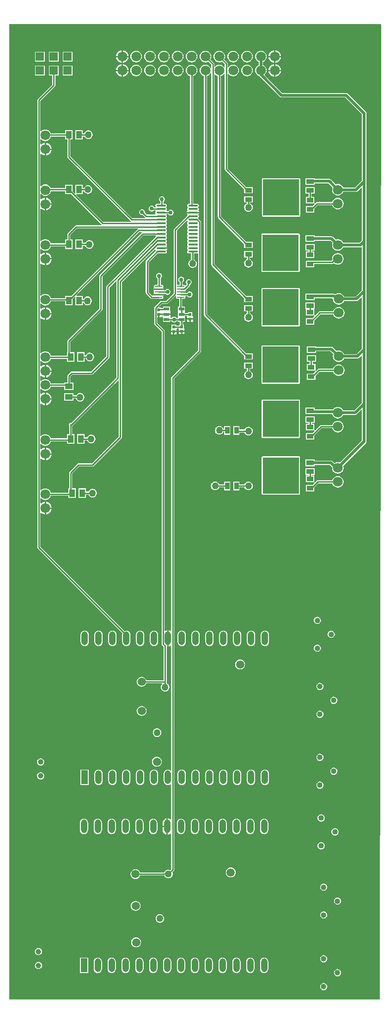
<source format=gbr>
G04 Layer_Physical_Order=1*
G04 Layer_Color=255*
%FSLAX26Y26*%
%MOIN*%
%TF.FileFunction,Copper,L1,Top,Signal*%
%TF.Part,Single*%
G01*
G75*
%TA.AperFunction,SMDPad,CuDef*%
%ADD10O,0.072835X0.013780*%
%ADD11R,0.033465X0.051181*%
%ADD12R,0.051181X0.033465*%
%ADD13R,0.053150X0.037402*%
%ADD14R,0.039370X0.023622*%
%ADD15R,0.020472X0.020472*%
%ADD16O,0.057087X0.009842*%
%ADD17R,0.041339X0.055118*%
%ADD18R,0.055118X0.041339*%
%TA.AperFunction,Conductor*%
%ADD19C,0.010000*%
%ADD20C,0.019685*%
%ADD21R,0.264000X0.264000*%
%TA.AperFunction,ComponentPad*%
%ADD22C,0.070866*%
%ADD23C,0.059055*%
%ADD24R,0.060000X0.060000*%
%ADD25R,0.047244X0.098425*%
%ADD26O,0.047244X0.098425*%
%ADD27C,0.040000*%
%ADD28C,0.039370*%
%TA.AperFunction,ViaPad*%
%ADD29C,0.050000*%
%ADD30C,0.029528*%
G36*
X2677502Y7034811D02*
X2681036Y7031274D01*
X2673165Y14000D01*
X-377D01*
X-377Y7034812D01*
X2677502Y7034811D01*
D02*
G37*
%LPC*%
G36*
X2340504Y1683531D02*
X2333741Y1682640D01*
X2327439Y1680030D01*
X2322028Y1675878D01*
X2317876Y1670466D01*
X2315265Y1664164D01*
X2314375Y1657402D01*
X2315265Y1650639D01*
X2317876Y1644337D01*
X2322028Y1638926D01*
X2327439Y1634773D01*
X2333741Y1632163D01*
X2340504Y1631273D01*
X2347267Y1632163D01*
X2353568Y1634773D01*
X2358980Y1638926D01*
X2363132Y1644337D01*
X2365743Y1650639D01*
X2366633Y1657402D01*
X2365743Y1664164D01*
X2363132Y1670466D01*
X2358980Y1675878D01*
X2353568Y1680030D01*
X2347267Y1682640D01*
X2340504Y1683531D01*
D02*
G37*
G36*
X1064504Y1762140D02*
X1055254Y1760922D01*
X1046634Y1757352D01*
X1039233Y1751673D01*
X1033553Y1744271D01*
X1029983Y1735651D01*
X1028765Y1726402D01*
X1029983Y1717152D01*
X1033553Y1708532D01*
X1039233Y1701130D01*
X1046634Y1695451D01*
X1055254Y1691881D01*
X1064504Y1690663D01*
X1073754Y1691881D01*
X1082373Y1695451D01*
X1089775Y1701130D01*
X1095455Y1708532D01*
X1099025Y1717152D01*
X1100243Y1726402D01*
X1099025Y1735651D01*
X1095455Y1744271D01*
X1089775Y1751673D01*
X1082373Y1757352D01*
X1073754Y1760922D01*
X1064504Y1762140D01*
D02*
G37*
G36*
X225504Y1650213D02*
X218823Y1649333D01*
X212598Y1646755D01*
X207253Y1642653D01*
X203151Y1637307D01*
X200572Y1631082D01*
X199693Y1624402D01*
X200572Y1617721D01*
X203151Y1611496D01*
X207253Y1606150D01*
X212598Y1602048D01*
X218823Y1599470D01*
X225504Y1598590D01*
X232184Y1599470D01*
X238410Y1602048D01*
X243755Y1606150D01*
X247857Y1611496D01*
X250436Y1617721D01*
X251315Y1624402D01*
X250436Y1631082D01*
X247857Y1637307D01*
X243755Y1642653D01*
X238410Y1646755D01*
X232184Y1649333D01*
X225504Y1650213D01*
D02*
G37*
G36*
X1843246Y1668927D02*
X1835538Y1667912D01*
X1828355Y1664936D01*
X1822187Y1660204D01*
X1817454Y1654035D01*
X1814478Y1646852D01*
X1813464Y1639144D01*
Y1587963D01*
X1814478Y1580255D01*
X1817454Y1573072D01*
X1822187Y1566904D01*
X1828355Y1562171D01*
X1835538Y1559196D01*
X1843246Y1558181D01*
X1850954Y1559196D01*
X1858137Y1562171D01*
X1864305Y1566904D01*
X1869038Y1573072D01*
X1872013Y1580255D01*
X1873028Y1587963D01*
Y1639144D01*
X1872013Y1646852D01*
X1869038Y1654035D01*
X1864305Y1660204D01*
X1858137Y1664936D01*
X1850954Y1667912D01*
X1843246Y1668927D01*
D02*
G37*
G36*
X572773Y1668672D02*
X513718D01*
Y1558436D01*
X572773D01*
Y1668672D01*
D02*
G37*
G36*
X225504Y1750213D02*
X218823Y1749333D01*
X212598Y1746755D01*
X207253Y1742653D01*
X203151Y1737307D01*
X200572Y1731082D01*
X199693Y1724402D01*
X200572Y1717721D01*
X203151Y1711496D01*
X207253Y1706150D01*
X212598Y1702048D01*
X218823Y1699470D01*
X225504Y1698590D01*
X232184Y1699470D01*
X238410Y1702048D01*
X243755Y1706150D01*
X247857Y1711496D01*
X250436Y1717721D01*
X251315Y1724402D01*
X250436Y1731082D01*
X247857Y1737307D01*
X243755Y1742653D01*
X238410Y1746755D01*
X232184Y1749333D01*
X225504Y1750213D01*
D02*
G37*
G36*
X954504Y2127140D02*
X945254Y2125923D01*
X936635Y2122352D01*
X929233Y2116673D01*
X923553Y2109271D01*
X919983Y2100651D01*
X918765Y2091402D01*
X919983Y2082152D01*
X923553Y2073532D01*
X929233Y2066131D01*
X936635Y2060451D01*
X945254Y2056881D01*
X954504Y2055663D01*
X963754Y2056881D01*
X972373Y2060451D01*
X979775Y2066131D01*
X985455Y2073532D01*
X989025Y2082152D01*
X990243Y2091402D01*
X989025Y2100651D01*
X985455Y2109271D01*
X979775Y2116673D01*
X972373Y2122352D01*
X963754Y2125923D01*
X954504Y2127140D01*
D02*
G37*
G36*
X2340504Y2193530D02*
X2333741Y2192640D01*
X2327439Y2190029D01*
X2322028Y2185877D01*
X2317876Y2180465D01*
X2315265Y2174164D01*
X2314375Y2167401D01*
X2315265Y2160638D01*
X2317876Y2154336D01*
X2322028Y2148925D01*
X2327439Y2144773D01*
X2333741Y2142162D01*
X2340504Y2141272D01*
X2347267Y2142162D01*
X2353568Y2144773D01*
X2358980Y2148925D01*
X2363132Y2154336D01*
X2365743Y2160638D01*
X2366633Y2167401D01*
X2365743Y2174164D01*
X2363132Y2180465D01*
X2358980Y2185877D01*
X2353568Y2190029D01*
X2347267Y2192640D01*
X2340504Y2193530D01*
D02*
G37*
G36*
X2240504Y2093530D02*
X2233741Y2092640D01*
X2227439Y2090029D01*
X2222028Y2085877D01*
X2217876Y2080465D01*
X2215265Y2074164D01*
X2214375Y2067401D01*
X2215265Y2060638D01*
X2217876Y2054336D01*
X2222028Y2048925D01*
X2227439Y2044773D01*
X2233741Y2042162D01*
X2240504Y2041272D01*
X2247267Y2042162D01*
X2253568Y2044773D01*
X2258980Y2048925D01*
X2263132Y2054336D01*
X2265743Y2060638D01*
X2266633Y2067401D01*
X2265743Y2074164D01*
X2263132Y2080465D01*
X2258980Y2085877D01*
X2253568Y2090029D01*
X2247267Y2092640D01*
X2240504Y2093530D01*
D02*
G37*
G36*
Y1783531D02*
X2233741Y1782640D01*
X2227439Y1780030D01*
X2222028Y1775878D01*
X2217876Y1770466D01*
X2215265Y1764164D01*
X2214375Y1757402D01*
X2215265Y1750639D01*
X2217876Y1744337D01*
X2222028Y1738926D01*
X2227439Y1734773D01*
X2233741Y1732163D01*
X2240504Y1731273D01*
X2247267Y1732163D01*
X2253568Y1734773D01*
X2258980Y1738926D01*
X2263132Y1744337D01*
X2265743Y1750639D01*
X2266633Y1757402D01*
X2265743Y1764164D01*
X2263132Y1770466D01*
X2258980Y1775878D01*
X2253568Y1780030D01*
X2247267Y1782640D01*
X2240504Y1783531D01*
D02*
G37*
G36*
X1065504Y1967574D02*
X1057436Y1966512D01*
X1049918Y1963398D01*
X1043462Y1958444D01*
X1038508Y1951988D01*
X1035394Y1944470D01*
X1034332Y1936402D01*
X1035394Y1928334D01*
X1038508Y1920815D01*
X1043462Y1914360D01*
X1049918Y1909406D01*
X1057436Y1906292D01*
X1065504Y1905229D01*
X1073572Y1906292D01*
X1081090Y1909406D01*
X1087546Y1914360D01*
X1092500Y1920815D01*
X1095614Y1928334D01*
X1096676Y1936402D01*
X1095614Y1944470D01*
X1092500Y1951988D01*
X1087546Y1958444D01*
X1081090Y1963398D01*
X1073572Y1966512D01*
X1065504Y1967574D01*
D02*
G37*
G36*
X943246Y1668927D02*
X935538Y1667912D01*
X928355Y1664936D01*
X922187Y1660204D01*
X917454Y1654035D01*
X914478Y1646852D01*
X913464Y1639144D01*
Y1587963D01*
X914478Y1580255D01*
X917454Y1573072D01*
X922187Y1566904D01*
X928355Y1562171D01*
X935538Y1559196D01*
X943246Y1558181D01*
X950954Y1559196D01*
X958137Y1562171D01*
X964305Y1566904D01*
X969038Y1573072D01*
X972013Y1580255D01*
X973028Y1587963D01*
Y1639144D01*
X972013Y1646852D01*
X969038Y1654035D01*
X964305Y1660204D01*
X958137Y1664936D01*
X950954Y1667912D01*
X943246Y1668927D01*
D02*
G37*
G36*
X1043246D02*
X1035538Y1667912D01*
X1028355Y1664936D01*
X1022187Y1660204D01*
X1017454Y1654035D01*
X1014478Y1646852D01*
X1013464Y1639144D01*
Y1587963D01*
X1014478Y1580255D01*
X1017454Y1573072D01*
X1022187Y1566904D01*
X1028355Y1562171D01*
X1035538Y1559196D01*
X1043246Y1558181D01*
X1050954Y1559196D01*
X1058137Y1562171D01*
X1064305Y1566904D01*
X1069038Y1573072D01*
X1072013Y1580255D01*
X1073028Y1587963D01*
Y1639144D01*
X1072013Y1646852D01*
X1069038Y1654035D01*
X1064305Y1660204D01*
X1058137Y1664936D01*
X1050954Y1667912D01*
X1043246Y1668927D01*
D02*
G37*
G36*
X843246D02*
X835538Y1667912D01*
X828355Y1664936D01*
X822187Y1660204D01*
X817454Y1654035D01*
X814478Y1646852D01*
X813464Y1639144D01*
Y1587963D01*
X814478Y1580255D01*
X817454Y1573072D01*
X822187Y1566904D01*
X828355Y1562171D01*
X835538Y1559196D01*
X843246Y1558181D01*
X850954Y1559196D01*
X858137Y1562171D01*
X864305Y1566904D01*
X869038Y1573072D01*
X872013Y1580255D01*
X873028Y1587963D01*
Y1639144D01*
X872013Y1646852D01*
X869038Y1654035D01*
X864305Y1660204D01*
X858137Y1664936D01*
X850954Y1667912D01*
X843246Y1668927D01*
D02*
G37*
G36*
X643246D02*
X635538Y1667912D01*
X628355Y1664936D01*
X622187Y1660204D01*
X617454Y1654035D01*
X614478Y1646852D01*
X613464Y1639144D01*
Y1587963D01*
X614478Y1580255D01*
X617454Y1573072D01*
X622187Y1566904D01*
X628355Y1562171D01*
X635538Y1559196D01*
X643246Y1558181D01*
X650954Y1559196D01*
X658137Y1562171D01*
X664305Y1566904D01*
X669038Y1573072D01*
X672013Y1580255D01*
X673028Y1587963D01*
Y1639144D01*
X672013Y1646852D01*
X669038Y1654035D01*
X664305Y1660204D01*
X658137Y1664936D01*
X650954Y1667912D01*
X643246Y1668927D01*
D02*
G37*
G36*
X743246D02*
X735538Y1667912D01*
X728355Y1664936D01*
X722187Y1660204D01*
X717454Y1654035D01*
X714478Y1646852D01*
X713464Y1639144D01*
Y1587963D01*
X714478Y1580255D01*
X717454Y1573072D01*
X722187Y1566904D01*
X728355Y1562171D01*
X735538Y1559196D01*
X743246Y1558181D01*
X750954Y1559196D01*
X758137Y1562171D01*
X764305Y1566904D01*
X769038Y1573072D01*
X772013Y1580255D01*
X773028Y1587963D01*
Y1639144D01*
X772013Y1646852D01*
X769038Y1654035D01*
X764305Y1660204D01*
X758137Y1664936D01*
X750954Y1667912D01*
X743246Y1668927D01*
D02*
G37*
G36*
X1243246D02*
X1235538Y1667912D01*
X1228355Y1664936D01*
X1222187Y1660204D01*
X1217454Y1654035D01*
X1214478Y1646852D01*
X1213464Y1639144D01*
Y1587963D01*
X1214478Y1580255D01*
X1217454Y1573072D01*
X1222187Y1566904D01*
X1228355Y1562171D01*
X1235538Y1559196D01*
X1243246Y1558181D01*
X1250954Y1559196D01*
X1258137Y1562171D01*
X1264305Y1566904D01*
X1269038Y1573072D01*
X1272013Y1580255D01*
X1273028Y1587963D01*
Y1639144D01*
X1272013Y1646852D01*
X1269038Y1654035D01*
X1264305Y1660204D01*
X1258137Y1664936D01*
X1250954Y1667912D01*
X1243246Y1668927D01*
D02*
G37*
G36*
X1643246D02*
X1635538Y1667912D01*
X1628355Y1664936D01*
X1622187Y1660204D01*
X1617454Y1654035D01*
X1614478Y1646852D01*
X1613464Y1639144D01*
Y1587963D01*
X1614478Y1580255D01*
X1617454Y1573072D01*
X1622187Y1566904D01*
X1628355Y1562171D01*
X1635538Y1559196D01*
X1643246Y1558181D01*
X1650954Y1559196D01*
X1658137Y1562171D01*
X1664305Y1566904D01*
X1669038Y1573072D01*
X1672013Y1580255D01*
X1673028Y1587963D01*
Y1639144D01*
X1672013Y1646852D01*
X1669038Y1654035D01*
X1664305Y1660204D01*
X1658137Y1664936D01*
X1650954Y1667912D01*
X1643246Y1668927D01*
D02*
G37*
G36*
X1743246D02*
X1735538Y1667912D01*
X1728355Y1664936D01*
X1722187Y1660204D01*
X1717454Y1654035D01*
X1714478Y1646852D01*
X1713464Y1639144D01*
Y1587963D01*
X1714478Y1580255D01*
X1717454Y1573072D01*
X1722187Y1566904D01*
X1728355Y1562171D01*
X1735538Y1559196D01*
X1743246Y1558181D01*
X1750954Y1559196D01*
X1758137Y1562171D01*
X1764305Y1566904D01*
X1769038Y1573072D01*
X1772013Y1580255D01*
X1773028Y1587963D01*
Y1639144D01*
X1772013Y1646852D01*
X1769038Y1654035D01*
X1764305Y1660204D01*
X1758137Y1664936D01*
X1750954Y1667912D01*
X1743246Y1668927D01*
D02*
G37*
G36*
X1543246D02*
X1535538Y1667912D01*
X1528355Y1664936D01*
X1522187Y1660204D01*
X1517454Y1654035D01*
X1514478Y1646852D01*
X1513464Y1639144D01*
Y1587963D01*
X1514478Y1580255D01*
X1517454Y1573072D01*
X1522187Y1566904D01*
X1528355Y1562171D01*
X1535538Y1559196D01*
X1543246Y1558181D01*
X1550954Y1559196D01*
X1558137Y1562171D01*
X1564305Y1566904D01*
X1569038Y1573072D01*
X1572013Y1580255D01*
X1573028Y1587963D01*
Y1639144D01*
X1572013Y1646852D01*
X1569038Y1654035D01*
X1564305Y1660204D01*
X1558137Y1664936D01*
X1550954Y1667912D01*
X1543246Y1668927D01*
D02*
G37*
G36*
X1343246D02*
X1335538Y1667912D01*
X1328355Y1664936D01*
X1322187Y1660204D01*
X1317454Y1654035D01*
X1314478Y1646852D01*
X1313464Y1639144D01*
Y1587963D01*
X1314478Y1580255D01*
X1317454Y1573072D01*
X1322187Y1566904D01*
X1328355Y1562171D01*
X1335538Y1559196D01*
X1343246Y1558181D01*
X1350954Y1559196D01*
X1358137Y1562171D01*
X1364305Y1566904D01*
X1369038Y1573072D01*
X1372013Y1580255D01*
X1373028Y1587963D01*
Y1639144D01*
X1372013Y1646852D01*
X1369038Y1654035D01*
X1364305Y1660204D01*
X1358137Y1664936D01*
X1350954Y1667912D01*
X1343246Y1668927D01*
D02*
G37*
G36*
X1443246D02*
X1435538Y1667912D01*
X1428355Y1664936D01*
X1422187Y1660204D01*
X1417454Y1654035D01*
X1414478Y1646852D01*
X1413464Y1639144D01*
Y1587963D01*
X1414478Y1580255D01*
X1417454Y1573072D01*
X1422187Y1566904D01*
X1428355Y1562171D01*
X1435538Y1559196D01*
X1443246Y1558181D01*
X1450954Y1559196D01*
X1458137Y1562171D01*
X1464305Y1566904D01*
X1469038Y1573072D01*
X1472013Y1580255D01*
X1473028Y1587963D01*
Y1639144D01*
X1472013Y1646852D01*
X1469038Y1654035D01*
X1464305Y1660204D01*
X1458137Y1664936D01*
X1450954Y1667912D01*
X1443246Y1668927D01*
D02*
G37*
G36*
X2240504Y2293530D02*
X2233741Y2292640D01*
X2227439Y2290029D01*
X2222028Y2285877D01*
X2217876Y2280465D01*
X2215265Y2274164D01*
X2214375Y2267401D01*
X2215265Y2260638D01*
X2217876Y2254336D01*
X2222028Y2248925D01*
X2227439Y2244773D01*
X2233741Y2242162D01*
X2240504Y2241272D01*
X2247267Y2242162D01*
X2253568Y2244773D01*
X2258980Y2248925D01*
X2263132Y2254336D01*
X2265743Y2260638D01*
X2266633Y2267401D01*
X2265743Y2274164D01*
X2263132Y2280465D01*
X2258980Y2285877D01*
X2253568Y2290029D01*
X2247267Y2292640D01*
X2240504Y2293530D01*
D02*
G37*
G36*
X2321505Y2669530D02*
X2314742Y2668640D01*
X2308440Y2666029D01*
X2303029Y2661877D01*
X2298876Y2656465D01*
X2296266Y2650164D01*
X2295376Y2643401D01*
X2296266Y2636638D01*
X2298876Y2630336D01*
X2303029Y2624925D01*
X2308440Y2620773D01*
X2314742Y2618162D01*
X2321505Y2617272D01*
X2328267Y2618162D01*
X2334569Y2620773D01*
X2339981Y2624925D01*
X2344133Y2630336D01*
X2346743Y2636638D01*
X2347634Y2643401D01*
X2346743Y2650164D01*
X2344133Y2656465D01*
X2339981Y2661877D01*
X2334569Y2666029D01*
X2328267Y2668640D01*
X2321505Y2669530D01*
D02*
G37*
G36*
X1370928Y5673408D02*
X1325175D01*
X1279421D01*
X1279737Y5671818D01*
X1283470Y5666231D01*
X1286422Y5664258D01*
Y5662042D01*
X1283594Y5657810D01*
X1283266Y5656161D01*
X1188652Y5561548D01*
X1186242Y5557940D01*
X1185396Y5553685D01*
X1185396Y5553685D01*
Y5098018D01*
X1129898Y5042521D01*
X1095201D01*
X1095201Y5042521D01*
X1090946Y5041674D01*
X1087338Y5039264D01*
X1087338Y5039264D01*
X1048494Y5000419D01*
X1046083Y4996812D01*
X1045237Y4992557D01*
X1045237Y4992556D01*
Y4879550D01*
X1045237Y4879549D01*
X1046083Y4875294D01*
X1048494Y4871687D01*
X1097599Y4822582D01*
Y2573662D01*
X1097599Y2573662D01*
X1098445Y2569406D01*
X1100855Y2565799D01*
X1112385Y2554270D01*
Y2312521D01*
X988250D01*
X985455Y2319271D01*
X979775Y2326673D01*
X972373Y2332352D01*
X963754Y2335923D01*
X954504Y2337140D01*
X945254Y2335923D01*
X936635Y2332352D01*
X929233Y2326673D01*
X923553Y2319271D01*
X919983Y2310651D01*
X918765Y2301402D01*
X919983Y2292152D01*
X923553Y2283532D01*
X929233Y2276131D01*
X936635Y2270451D01*
X945254Y2266881D01*
X954504Y2265663D01*
X963754Y2266881D01*
X972373Y2270451D01*
X979775Y2276131D01*
X985455Y2283532D01*
X988250Y2290282D01*
X1100858D01*
X1102555Y2285282D01*
X1101462Y2284444D01*
X1096508Y2277988D01*
X1093394Y2270470D01*
X1092332Y2262402D01*
X1093394Y2254334D01*
X1096508Y2246816D01*
X1101462Y2240360D01*
X1107918Y2235406D01*
X1115436Y2232292D01*
X1123504Y2231229D01*
X1131572Y2232292D01*
X1139090Y2235406D01*
X1145546Y2240360D01*
X1150500Y2246816D01*
X1153614Y2254334D01*
X1154676Y2262402D01*
X1153614Y2270470D01*
X1150500Y2277988D01*
X1145546Y2284444D01*
X1139090Y2289398D01*
X1134623Y2291248D01*
Y2301402D01*
Y2551394D01*
X1138246Y2554572D01*
Y2613554D01*
Y2672398D01*
X1134469Y2671901D01*
X1126290Y2668513D01*
X1124322Y2667003D01*
X1119837Y2669214D01*
Y4827188D01*
X1118991Y4831443D01*
X1116580Y4835050D01*
X1116580Y4835050D01*
X1067475Y4884155D01*
Y4926071D01*
X1072498D01*
Y4946308D01*
X1077498D01*
Y4951308D01*
X1097734D01*
Y4962557D01*
X1102734Y4965735D01*
X1103915Y4965182D01*
Y4951308D01*
X1133600D01*
X1163285D01*
Y4968119D01*
X1159190D01*
Y5001426D01*
X1108009D01*
Y4991876D01*
X1093640D01*
Y4993945D01*
X1080002D01*
X1078089Y4998565D01*
X1099806Y5020282D01*
X1134503D01*
X1134504Y5020282D01*
X1138759Y5021129D01*
X1142366Y5023539D01*
X1196875Y5078048D01*
X1201864Y5077718D01*
X1203719Y5075296D01*
X1203641Y5074821D01*
X1202143Y5072580D01*
X1201303Y5068356D01*
X1202143Y5064131D01*
X1204536Y5060550D01*
X1208117Y5058157D01*
X1212342Y5057317D01*
X1224845D01*
Y5001426D01*
X1216277D01*
Y4965993D01*
X1216277D01*
Y4964024D01*
X1216277D01*
Y4928591D01*
X1216277D01*
Y4926624D01*
X1216277D01*
Y4920027D01*
X1205479D01*
X1202952Y4923809D01*
X1196115Y4928378D01*
X1188050Y4929982D01*
X1179985Y4928378D01*
X1173148Y4923809D01*
X1170621Y4920027D01*
X1164565D01*
X1163285Y4924497D01*
X1163285D01*
Y4941308D01*
X1133600D01*
X1103915D01*
Y4924497D01*
X1108009D01*
Y4891191D01*
X1159190D01*
Y4897788D01*
X1170621D01*
X1173148Y4894006D01*
X1179985Y4889438D01*
X1188050Y4887833D01*
X1196115Y4889438D01*
X1202952Y4894006D01*
X1205479Y4897788D01*
X1216277D01*
Y4891191D01*
X1230749D01*
Y4871585D01*
X1227026D01*
Y4866090D01*
X1200924D01*
Y4870639D01*
X1168640D01*
Y4843238D01*
X1164546D01*
Y4828002D01*
X1205018D01*
Y4843238D01*
X1209764Y4843851D01*
X1222932D01*
Y4828948D01*
X1263404D01*
Y4844184D01*
X1259310D01*
Y4871585D01*
X1252987D01*
Y4891191D01*
X1267458D01*
Y4926624D01*
X1267459D01*
Y4928591D01*
X1267458D01*
Y4934047D01*
X1279485D01*
X1283954Y4932766D01*
Y4917530D01*
X1304190D01*
X1324426D01*
Y4932766D01*
X1320332D01*
Y4960167D01*
X1288048D01*
Y4956286D01*
X1267458D01*
Y4964024D01*
X1267459D01*
Y4965993D01*
X1267458D01*
Y5001426D01*
X1247083D01*
Y5057317D01*
X1259586D01*
X1263810Y5058157D01*
X1267392Y5060550D01*
X1269784Y5064131D01*
X1270625Y5068356D01*
X1269900Y5072001D01*
X1270224Y5073215D01*
X1272844Y5077001D01*
X1283931D01*
X1285602Y5074500D01*
X1292439Y5069932D01*
X1300504Y5068327D01*
X1308569Y5069932D01*
X1315406Y5074500D01*
X1319974Y5081337D01*
X1321578Y5089402D01*
X1319974Y5097466D01*
X1315406Y5104303D01*
X1308569Y5108872D01*
X1300504Y5110476D01*
X1292439Y5108872D01*
X1285602Y5104303D01*
X1282219Y5099240D01*
X1277417D01*
X1275109Y5102726D01*
X1235964D01*
Y5112726D01*
X1273805D01*
X1273641Y5113548D01*
X1271766Y5116355D01*
X1270883Y5119348D01*
X1272990Y5122729D01*
X1274004Y5123406D01*
X1298630Y5148032D01*
X1298630Y5148032D01*
X1301040Y5151640D01*
X1301887Y5155895D01*
X1302569Y5157932D01*
X1309406Y5162500D01*
X1313974Y5169337D01*
X1315578Y5177402D01*
X1313974Y5185466D01*
X1309406Y5192303D01*
X1302569Y5196872D01*
X1294504Y5198476D01*
X1286439Y5196872D01*
X1279602Y5192303D01*
X1275034Y5185466D01*
X1273430Y5177402D01*
X1275034Y5169337D01*
X1279602Y5162500D01*
X1277362Y5158214D01*
X1273663Y5154515D01*
X1267391Y5154901D01*
X1263810Y5157294D01*
X1259586Y5158134D01*
X1250623D01*
Y5178972D01*
X1254406Y5181500D01*
X1258974Y5188337D01*
X1260578Y5196402D01*
X1258974Y5204466D01*
X1254406Y5211303D01*
X1247569Y5215872D01*
X1239504Y5217476D01*
X1231439Y5215872D01*
X1224602Y5211303D01*
X1220034Y5204466D01*
X1218430Y5196402D01*
X1220034Y5188337D01*
X1224602Y5181500D01*
X1228385Y5178972D01*
Y5158134D01*
X1212342D01*
X1207634Y5162296D01*
Y5549079D01*
X1279200Y5620645D01*
X1285303Y5619677D01*
X1286422Y5618002D01*
X1287266Y5617438D01*
Y5611425D01*
X1286422Y5610861D01*
X1283594Y5606628D01*
X1282601Y5601636D01*
X1283594Y5596644D01*
X1286422Y5592411D01*
X1287266Y5591847D01*
Y5585834D01*
X1286422Y5585270D01*
X1283594Y5581038D01*
X1282601Y5576046D01*
X1283594Y5571053D01*
X1286422Y5566821D01*
X1287266Y5566257D01*
Y5560243D01*
X1286422Y5559680D01*
X1283594Y5555447D01*
X1282601Y5550455D01*
X1283594Y5545462D01*
X1286422Y5541230D01*
X1287266Y5540666D01*
Y5534653D01*
X1286422Y5534089D01*
X1283594Y5529857D01*
X1282601Y5524864D01*
X1283594Y5519872D01*
X1286422Y5515640D01*
X1287266Y5515076D01*
Y5509062D01*
X1286422Y5508499D01*
X1283594Y5504266D01*
X1282601Y5499274D01*
X1283594Y5494281D01*
X1286422Y5490049D01*
X1287266Y5489485D01*
Y5483472D01*
X1286422Y5482908D01*
X1283594Y5478676D01*
X1282601Y5473683D01*
X1283594Y5468691D01*
X1286422Y5464458D01*
X1287266Y5463895D01*
Y5457881D01*
X1286422Y5457318D01*
X1283594Y5453085D01*
X1282601Y5448093D01*
X1283594Y5443100D01*
X1286422Y5438868D01*
X1287266Y5438304D01*
Y5432291D01*
X1286422Y5431727D01*
X1283594Y5427495D01*
X1282601Y5422502D01*
X1283594Y5417510D01*
X1286422Y5413277D01*
X1287266Y5412714D01*
Y5406700D01*
X1286422Y5406136D01*
X1283594Y5401904D01*
X1282601Y5396912D01*
X1283594Y5391919D01*
X1286422Y5387687D01*
X1290655Y5384859D01*
X1295647Y5383866D01*
X1310119D01*
Y5339514D01*
X1305652Y5337663D01*
X1299196Y5332710D01*
X1294242Y5326254D01*
X1291128Y5318736D01*
X1290066Y5310668D01*
X1291128Y5302600D01*
X1294242Y5295082D01*
X1299196Y5288626D01*
X1305652Y5283672D01*
X1313170Y5280558D01*
X1321238Y5279495D01*
X1329306Y5280558D01*
X1336824Y5283672D01*
X1343280Y5288626D01*
X1348234Y5295082D01*
X1351348Y5302600D01*
X1352410Y5310668D01*
X1351348Y5318736D01*
X1348234Y5326254D01*
X1343280Y5332710D01*
X1336824Y5337663D01*
X1332357Y5339514D01*
Y5383866D01*
X1354702D01*
X1356378Y5384199D01*
X1361378Y5380428D01*
Y4688001D01*
X1169911Y4496534D01*
X1167501Y4492927D01*
X1166655Y4488672D01*
X1166655Y4488671D01*
Y2669214D01*
X1162170Y2667003D01*
X1160202Y2668513D01*
X1152023Y2671901D01*
X1148246Y2672398D01*
Y2613554D01*
Y2554709D01*
X1152023Y2555206D01*
X1160202Y2558594D01*
X1162170Y2560105D01*
X1166655Y2557893D01*
Y1664703D01*
X1161655Y1662237D01*
X1158137Y1664936D01*
X1150954Y1667912D01*
X1143246Y1668927D01*
X1135538Y1667912D01*
X1128355Y1664936D01*
X1122187Y1660204D01*
X1117454Y1654035D01*
X1114478Y1646852D01*
X1113464Y1639144D01*
Y1587963D01*
X1114478Y1580255D01*
X1117454Y1573072D01*
X1122187Y1566904D01*
X1128355Y1562171D01*
X1135538Y1559196D01*
X1143246Y1558181D01*
X1150954Y1559196D01*
X1158137Y1562171D01*
X1161655Y1564870D01*
X1166655Y1562404D01*
Y1311480D01*
X1161655Y1310275D01*
X1155280Y1315167D01*
X1147101Y1318555D01*
X1143324Y1319052D01*
Y1260208D01*
Y1201363D01*
X1147101Y1201860D01*
X1155280Y1205248D01*
X1161655Y1210140D01*
X1166655Y1208935D01*
Y953277D01*
X1160039Y946661D01*
X1155572Y948512D01*
X1147504Y949574D01*
X1139436Y948512D01*
X1131918Y945398D01*
X1125462Y940444D01*
X1120508Y933988D01*
X1118658Y929521D01*
X942836D01*
X940455Y935271D01*
X934775Y942673D01*
X927373Y948352D01*
X918754Y951923D01*
X909504Y953140D01*
X900254Y951923D01*
X891635Y948352D01*
X884233Y942673D01*
X878553Y935271D01*
X874983Y926652D01*
X873765Y917402D01*
X874983Y908152D01*
X878553Y899532D01*
X884233Y892130D01*
X891635Y886451D01*
X900254Y882881D01*
X909504Y881663D01*
X918754Y882881D01*
X927373Y886451D01*
X934775Y892130D01*
X940455Y899532D01*
X943665Y907282D01*
X1118658D01*
X1120508Y902816D01*
X1125462Y896360D01*
X1131918Y891406D01*
X1139436Y888292D01*
X1147504Y887229D01*
X1155572Y888292D01*
X1163090Y891406D01*
X1169546Y896360D01*
X1174500Y902816D01*
X1177614Y910334D01*
X1178676Y918402D01*
X1177614Y926470D01*
X1175764Y930936D01*
X1185636Y940809D01*
X1185636Y940809D01*
X1188047Y944417D01*
X1188893Y948672D01*
Y4484066D01*
X1380360Y4675533D01*
X1380360Y4675533D01*
X1382770Y4679140D01*
X1383617Y4683395D01*
X1383617Y4683396D01*
Y5609431D01*
X1383617Y5609431D01*
X1382770Y5613686D01*
X1380360Y5617294D01*
X1380360Y5617294D01*
X1367083Y5630571D01*
X1366755Y5632219D01*
X1363927Y5636451D01*
X1363083Y5637015D01*
Y5643029D01*
X1363927Y5643592D01*
X1366755Y5647825D01*
X1367748Y5652817D01*
X1366755Y5657810D01*
X1363927Y5662042D01*
Y5664258D01*
X1366879Y5666231D01*
X1370612Y5671818D01*
X1370928Y5673408D01*
D02*
G37*
G36*
X1843246Y2668927D02*
X1835538Y2667912D01*
X1828355Y2664936D01*
X1822187Y2660204D01*
X1817454Y2654035D01*
X1814478Y2646852D01*
X1813464Y2639144D01*
Y2587963D01*
X1814478Y2580255D01*
X1817454Y2573072D01*
X1822187Y2566904D01*
X1828355Y2562171D01*
X1835538Y2559195D01*
X1843246Y2558181D01*
X1850954Y2559195D01*
X1858137Y2562171D01*
X1864305Y2566904D01*
X1869038Y2573072D01*
X1872013Y2580255D01*
X1873028Y2587963D01*
Y2639144D01*
X1872013Y2646852D01*
X1869038Y2654035D01*
X1864305Y2660204D01*
X1858137Y2664936D01*
X1850954Y2667912D01*
X1843246Y2668927D01*
D02*
G37*
G36*
X1643246D02*
X1635538Y2667912D01*
X1628355Y2664936D01*
X1622187Y2660204D01*
X1617454Y2654035D01*
X1614478Y2646852D01*
X1613464Y2639144D01*
Y2587963D01*
X1614478Y2580255D01*
X1617454Y2573072D01*
X1622187Y2566904D01*
X1628355Y2562171D01*
X1635538Y2559195D01*
X1643246Y2558181D01*
X1650954Y2559195D01*
X1658137Y2562171D01*
X1664305Y2566904D01*
X1669038Y2573072D01*
X1672013Y2580255D01*
X1673028Y2587963D01*
Y2639144D01*
X1672013Y2646852D01*
X1669038Y2654035D01*
X1664305Y2660204D01*
X1658137Y2664936D01*
X1650954Y2667912D01*
X1643246Y2668927D01*
D02*
G37*
G36*
X1743246D02*
X1735538Y2667912D01*
X1728355Y2664936D01*
X1722187Y2660204D01*
X1717454Y2654035D01*
X1714478Y2646852D01*
X1713464Y2639144D01*
Y2587963D01*
X1714478Y2580255D01*
X1717454Y2573072D01*
X1722187Y2566904D01*
X1728355Y2562171D01*
X1735538Y2559195D01*
X1743246Y2558181D01*
X1750954Y2559195D01*
X1758137Y2562171D01*
X1764305Y2566904D01*
X1769038Y2573072D01*
X1772013Y2580255D01*
X1773028Y2587963D01*
Y2639144D01*
X1772013Y2646852D01*
X1769038Y2654035D01*
X1764305Y2660204D01*
X1758137Y2664936D01*
X1750954Y2667912D01*
X1743246Y2668927D01*
D02*
G37*
G36*
X2221505Y2769530D02*
X2214742Y2768640D01*
X2208440Y2766029D01*
X2203029Y2761877D01*
X2198876Y2756465D01*
X2196266Y2750164D01*
X2195376Y2743401D01*
X2196266Y2736638D01*
X2198876Y2730336D01*
X2203029Y2724925D01*
X2208440Y2720773D01*
X2214742Y2718162D01*
X2221505Y2717272D01*
X2228267Y2718162D01*
X2234569Y2720773D01*
X2239981Y2724925D01*
X2244133Y2730336D01*
X2246743Y2736638D01*
X2247634Y2743401D01*
X2246743Y2750164D01*
X2244133Y2756465D01*
X2239981Y2761877D01*
X2234569Y2766029D01*
X2228267Y2768640D01*
X2221505Y2769530D01*
D02*
G37*
G36*
X2090504Y3924794D02*
X1826504D01*
X1821984Y3922921D01*
X1820112Y3918402D01*
Y3654402D01*
X1821984Y3649882D01*
X1826504Y3648010D01*
X2090504D01*
X2095024Y3649882D01*
X2096896Y3654402D01*
Y3918402D01*
X2095024Y3922921D01*
X2090504Y3924794D01*
D02*
G37*
G36*
X1660608Y3742900D02*
X1615332D01*
Y3679908D01*
X1660608D01*
Y3700282D01*
X1695658D01*
X1697508Y3695816D01*
X1702462Y3689360D01*
X1708918Y3684406D01*
X1716436Y3681292D01*
X1724504Y3680229D01*
X1732572Y3681292D01*
X1740090Y3684406D01*
X1746546Y3689360D01*
X1751500Y3695816D01*
X1754614Y3703334D01*
X1755676Y3711402D01*
X1754614Y3719470D01*
X1751500Y3726988D01*
X1746546Y3733444D01*
X1740090Y3738398D01*
X1732572Y3741512D01*
X1724504Y3742574D01*
X1716436Y3741512D01*
X1708918Y3738398D01*
X1702462Y3733444D01*
X1697508Y3726988D01*
X1695658Y3722521D01*
X1660608D01*
Y3742900D01*
D02*
G37*
G36*
X553976Y3693463D02*
X500826D01*
Y3626534D01*
X553976D01*
Y3648879D01*
X571154D01*
X573004Y3644414D01*
X577958Y3637958D01*
X584414Y3633004D01*
X591932Y3629890D01*
X600000Y3628828D01*
X608068Y3629890D01*
X615586Y3633004D01*
X622042Y3637958D01*
X626996Y3644414D01*
X630110Y3651932D01*
X631172Y3660000D01*
X630110Y3668068D01*
X626996Y3675586D01*
X622042Y3682042D01*
X615586Y3686996D01*
X608068Y3690110D01*
X600000Y3691172D01*
X591932Y3690110D01*
X584414Y3686996D01*
X577958Y3682042D01*
X573004Y3675586D01*
X571153Y3671118D01*
X553976D01*
Y3693463D01*
D02*
G37*
G36*
X304949Y3546742D02*
X264782D01*
Y3506575D01*
X271642Y3507478D01*
X282694Y3512056D01*
X292185Y3519338D01*
X299467Y3528829D01*
X304046Y3539881D01*
X304949Y3546742D01*
D02*
G37*
G36*
X264782Y3596908D02*
Y3556742D01*
X304949D01*
X304046Y3563602D01*
X299467Y3574654D01*
X292185Y3584145D01*
X282694Y3591427D01*
X271642Y3596005D01*
X264782Y3596908D01*
D02*
G37*
G36*
X643246Y2668927D02*
X635538Y2667912D01*
X628355Y2664936D01*
X622187Y2660204D01*
X617454Y2654035D01*
X614478Y2646852D01*
X613464Y2639144D01*
Y2587963D01*
X614478Y2580255D01*
X617454Y2573072D01*
X622187Y2566904D01*
X628355Y2562171D01*
X635538Y2559195D01*
X643246Y2558181D01*
X650954Y2559195D01*
X658137Y2562171D01*
X664305Y2566904D01*
X669038Y2573072D01*
X672013Y2580255D01*
X673028Y2587963D01*
Y2639144D01*
X672013Y2646852D01*
X669038Y2654035D01*
X664305Y2660204D01*
X658137Y2664936D01*
X650954Y2667912D01*
X643246Y2668927D01*
D02*
G37*
G36*
X743246D02*
X735538Y2667912D01*
X728355Y2664936D01*
X722187Y2660204D01*
X717454Y2654035D01*
X714478Y2646852D01*
X713464Y2639144D01*
Y2587963D01*
X714478Y2580255D01*
X717454Y2573072D01*
X722187Y2566904D01*
X728355Y2562171D01*
X735538Y2559195D01*
X743246Y2558181D01*
X750954Y2559195D01*
X758137Y2562171D01*
X764305Y2566904D01*
X769038Y2573072D01*
X772013Y2580255D01*
X773028Y2587963D01*
Y2639144D01*
X772013Y2646852D01*
X769038Y2654035D01*
X764305Y2660204D01*
X758137Y2664936D01*
X750954Y2667912D01*
X743246Y2668927D01*
D02*
G37*
G36*
X543246D02*
X535538Y2667912D01*
X528355Y2664936D01*
X522187Y2660204D01*
X517454Y2654035D01*
X514478Y2646852D01*
X513464Y2639144D01*
Y2587963D01*
X514478Y2580255D01*
X517454Y2573072D01*
X522187Y2566904D01*
X528355Y2562171D01*
X535538Y2559195D01*
X543246Y2558181D01*
X550954Y2559195D01*
X558137Y2562171D01*
X564305Y2566904D01*
X569038Y2573072D01*
X572013Y2580255D01*
X573028Y2587963D01*
Y2639144D01*
X572013Y2646852D01*
X569038Y2654035D01*
X564305Y2660204D01*
X558137Y2664936D01*
X550954Y2667912D01*
X543246Y2668927D01*
D02*
G37*
G36*
X1664504Y2462140D02*
X1655254Y2460923D01*
X1646634Y2457352D01*
X1639233Y2451673D01*
X1633553Y2444271D01*
X1629983Y2435651D01*
X1628765Y2426402D01*
X1629983Y2417152D01*
X1633553Y2408532D01*
X1639233Y2401131D01*
X1646634Y2395451D01*
X1655254Y2391881D01*
X1664504Y2390663D01*
X1673754Y2391881D01*
X1682373Y2395451D01*
X1689775Y2401131D01*
X1695455Y2408532D01*
X1699025Y2417152D01*
X1700243Y2426402D01*
X1699025Y2435651D01*
X1695455Y2444271D01*
X1689775Y2451673D01*
X1682373Y2457352D01*
X1673754Y2460923D01*
X1664504Y2462140D01*
D02*
G37*
G36*
X2221505Y2569530D02*
X2214742Y2568640D01*
X2208440Y2566029D01*
X2203029Y2561877D01*
X2198876Y2556465D01*
X2196266Y2550164D01*
X2195376Y2543401D01*
X2196266Y2536638D01*
X2198876Y2530336D01*
X2203029Y2524925D01*
X2208440Y2520773D01*
X2214742Y2518162D01*
X2221505Y2517272D01*
X2228267Y2518162D01*
X2234569Y2520773D01*
X2239981Y2524925D01*
X2244133Y2530336D01*
X2246743Y2536638D01*
X2247634Y2543401D01*
X2246743Y2550164D01*
X2244133Y2556465D01*
X2239981Y2561877D01*
X2234569Y2566029D01*
X2228267Y2568640D01*
X2221505Y2569530D01*
D02*
G37*
G36*
X943246Y2668927D02*
X935538Y2667912D01*
X928355Y2664936D01*
X922187Y2660204D01*
X917454Y2654035D01*
X914478Y2646852D01*
X913464Y2639144D01*
Y2587963D01*
X914478Y2580255D01*
X917454Y2573072D01*
X922187Y2566904D01*
X928355Y2562171D01*
X935538Y2559195D01*
X943246Y2558181D01*
X950954Y2559195D01*
X958137Y2562171D01*
X964305Y2566904D01*
X969038Y2573072D01*
X972013Y2580255D01*
X973028Y2587963D01*
Y2639144D01*
X972013Y2646852D01*
X969038Y2654035D01*
X964305Y2660204D01*
X958137Y2664936D01*
X950954Y2667912D01*
X943246Y2668927D01*
D02*
G37*
G36*
X1443246D02*
X1435538Y2667912D01*
X1428355Y2664936D01*
X1422187Y2660204D01*
X1417454Y2654035D01*
X1414478Y2646852D01*
X1413464Y2639144D01*
Y2587963D01*
X1414478Y2580255D01*
X1417454Y2573072D01*
X1422187Y2566904D01*
X1428355Y2562171D01*
X1435538Y2559195D01*
X1443246Y2558181D01*
X1450954Y2559195D01*
X1458137Y2562171D01*
X1464305Y2566904D01*
X1469038Y2573072D01*
X1472013Y2580255D01*
X1473028Y2587963D01*
Y2639144D01*
X1472013Y2646852D01*
X1469038Y2654035D01*
X1464305Y2660204D01*
X1458137Y2664936D01*
X1450954Y2667912D01*
X1443246Y2668927D01*
D02*
G37*
G36*
X1543246D02*
X1535538Y2667912D01*
X1528355Y2664936D01*
X1522187Y2660204D01*
X1517454Y2654035D01*
X1514478Y2646852D01*
X1513464Y2639144D01*
Y2587963D01*
X1514478Y2580255D01*
X1517454Y2573072D01*
X1522187Y2566904D01*
X1528355Y2562171D01*
X1535538Y2559195D01*
X1543246Y2558181D01*
X1550954Y2559195D01*
X1558137Y2562171D01*
X1564305Y2566904D01*
X1569038Y2573072D01*
X1572013Y2580255D01*
X1573028Y2587963D01*
Y2639144D01*
X1572013Y2646852D01*
X1569038Y2654035D01*
X1564305Y2660204D01*
X1558137Y2664936D01*
X1550954Y2667912D01*
X1543246Y2668927D01*
D02*
G37*
G36*
X1343246D02*
X1335538Y2667912D01*
X1328355Y2664936D01*
X1322187Y2660204D01*
X1317454Y2654035D01*
X1314478Y2646852D01*
X1313464Y2639144D01*
Y2587963D01*
X1314478Y2580255D01*
X1317454Y2573072D01*
X1322187Y2566904D01*
X1328355Y2562171D01*
X1335538Y2559195D01*
X1343246Y2558181D01*
X1350954Y2559195D01*
X1358137Y2562171D01*
X1364305Y2566904D01*
X1369038Y2573072D01*
X1372013Y2580255D01*
X1373028Y2587963D01*
Y2639144D01*
X1372013Y2646852D01*
X1369038Y2654035D01*
X1364305Y2660204D01*
X1358137Y2664936D01*
X1350954Y2667912D01*
X1343246Y2668927D01*
D02*
G37*
G36*
X1043246D02*
X1035538Y2667912D01*
X1028355Y2664936D01*
X1022187Y2660204D01*
X1017454Y2654035D01*
X1014478Y2646852D01*
X1013464Y2639144D01*
Y2587963D01*
X1014478Y2580255D01*
X1017454Y2573072D01*
X1022187Y2566904D01*
X1028355Y2562171D01*
X1035538Y2559195D01*
X1043246Y2558181D01*
X1050954Y2559195D01*
X1058137Y2562171D01*
X1064305Y2566904D01*
X1069038Y2573072D01*
X1072013Y2580255D01*
X1073028Y2587963D01*
Y2639144D01*
X1072013Y2646852D01*
X1069038Y2654035D01*
X1064305Y2660204D01*
X1058137Y2664936D01*
X1050954Y2667912D01*
X1043246Y2668927D01*
D02*
G37*
G36*
X1243246D02*
X1235538Y2667912D01*
X1228355Y2664936D01*
X1222187Y2660204D01*
X1217454Y2654035D01*
X1214478Y2646852D01*
X1213464Y2639144D01*
Y2587963D01*
X1214478Y2580255D01*
X1217454Y2573072D01*
X1222187Y2566904D01*
X1228355Y2562171D01*
X1235538Y2559195D01*
X1243246Y2558181D01*
X1250954Y2559195D01*
X1258137Y2562171D01*
X1264305Y2566904D01*
X1269038Y2573072D01*
X1272013Y2580255D01*
X1273028Y2587963D01*
Y2639144D01*
X1272013Y2646852D01*
X1269038Y2654035D01*
X1264305Y2660204D01*
X1258137Y2664936D01*
X1250954Y2667912D01*
X1243246Y2668927D01*
D02*
G37*
G36*
X1838324Y315580D02*
X1830616Y314566D01*
X1823433Y311590D01*
X1817265Y306858D01*
X1812532Y300689D01*
X1809556Y293506D01*
X1808542Y285798D01*
Y234617D01*
X1809556Y226909D01*
X1812532Y219726D01*
X1817265Y213558D01*
X1823433Y208825D01*
X1830616Y205850D01*
X1838324Y204835D01*
X1846032Y205850D01*
X1853215Y208825D01*
X1859383Y213558D01*
X1864116Y219726D01*
X1867091Y226909D01*
X1868106Y234617D01*
Y285798D01*
X1867091Y293506D01*
X1864116Y300689D01*
X1859383Y306858D01*
X1853215Y311590D01*
X1846032Y314566D01*
X1838324Y315580D01*
D02*
G37*
G36*
X567851Y315326D02*
X508796D01*
Y205089D01*
X567851D01*
Y315326D01*
D02*
G37*
G36*
X1738324Y315580D02*
X1730616Y314566D01*
X1723433Y311590D01*
X1717265Y306858D01*
X1712532Y300689D01*
X1709556Y293506D01*
X1708542Y285798D01*
Y234617D01*
X1709556Y226909D01*
X1712532Y219726D01*
X1717265Y213558D01*
X1723433Y208825D01*
X1730616Y205850D01*
X1738324Y204835D01*
X1746032Y205850D01*
X1753215Y208825D01*
X1759383Y213558D01*
X1764116Y219726D01*
X1767091Y226909D01*
X1768106Y234617D01*
Y285798D01*
X1767091Y293506D01*
X1764116Y300689D01*
X1759383Y306858D01*
X1753215Y311590D01*
X1746032Y314566D01*
X1738324Y315580D01*
D02*
G37*
G36*
X1538324D02*
X1530616Y314566D01*
X1523433Y311590D01*
X1517265Y306858D01*
X1512532Y300689D01*
X1509556Y293506D01*
X1508542Y285798D01*
Y234617D01*
X1509556Y226909D01*
X1512532Y219726D01*
X1517265Y213558D01*
X1523433Y208825D01*
X1530616Y205850D01*
X1538324Y204835D01*
X1546032Y205850D01*
X1553215Y208825D01*
X1559383Y213558D01*
X1564116Y219726D01*
X1567091Y226909D01*
X1568106Y234617D01*
Y285798D01*
X1567091Y293506D01*
X1564116Y300689D01*
X1559383Y306858D01*
X1553215Y311590D01*
X1546032Y314566D01*
X1538324Y315580D01*
D02*
G37*
G36*
X1638324D02*
X1630616Y314566D01*
X1623433Y311590D01*
X1617265Y306858D01*
X1612532Y300689D01*
X1609556Y293506D01*
X1608542Y285798D01*
Y234617D01*
X1609556Y226909D01*
X1612532Y219726D01*
X1617265Y213558D01*
X1623433Y208825D01*
X1630616Y205850D01*
X1638324Y204835D01*
X1646032Y205850D01*
X1653215Y208825D01*
X1659383Y213558D01*
X1664116Y219726D01*
X1667091Y226909D01*
X1668106Y234617D01*
Y285798D01*
X1667091Y293506D01*
X1664116Y300689D01*
X1659383Y306858D01*
X1653215Y311590D01*
X1646032Y314566D01*
X1638324Y315580D01*
D02*
G37*
G36*
X209504Y285213D02*
X202823Y284333D01*
X196598Y281755D01*
X191253Y277653D01*
X187151Y272307D01*
X184572Y266082D01*
X183693Y259402D01*
X184572Y252721D01*
X187151Y246496D01*
X191253Y241150D01*
X196598Y237048D01*
X202823Y234470D01*
X209504Y233590D01*
X216184Y234470D01*
X222410Y237048D01*
X227755Y241150D01*
X231857Y246496D01*
X234436Y252721D01*
X235315Y259402D01*
X234436Y266082D01*
X231857Y272307D01*
X227755Y277653D01*
X222410Y281755D01*
X216184Y284333D01*
X209504Y285213D01*
D02*
G37*
G36*
X1085504Y628574D02*
X1077436Y627512D01*
X1069918Y624398D01*
X1063462Y619444D01*
X1058508Y612988D01*
X1055394Y605470D01*
X1054332Y597402D01*
X1055394Y589334D01*
X1058508Y581816D01*
X1063462Y575360D01*
X1069918Y570406D01*
X1077436Y567292D01*
X1085504Y566229D01*
X1093572Y567292D01*
X1101090Y570406D01*
X1107546Y575360D01*
X1112500Y581816D01*
X1115614Y589334D01*
X1116676Y597402D01*
X1115614Y605470D01*
X1112500Y612988D01*
X1107546Y619444D01*
X1101090Y624398D01*
X1093572Y627512D01*
X1085504Y628574D01*
D02*
G37*
G36*
X2267504Y649519D02*
X2260741Y648628D01*
X2254439Y646018D01*
X2249028Y641866D01*
X2244876Y636454D01*
X2242265Y630152D01*
X2241375Y623390D01*
X2242265Y616627D01*
X2244876Y610325D01*
X2249028Y604914D01*
X2254439Y600761D01*
X2260741Y598151D01*
X2267504Y597261D01*
X2274267Y598151D01*
X2280568Y600761D01*
X2285980Y604914D01*
X2290132Y610325D01*
X2292743Y616627D01*
X2293633Y623390D01*
X2292743Y630152D01*
X2290132Y636454D01*
X2285980Y641866D01*
X2280568Y646018D01*
X2274267Y648628D01*
X2267504Y649519D01*
D02*
G37*
G36*
X914504Y462140D02*
X905254Y460923D01*
X896635Y457352D01*
X889233Y451673D01*
X883553Y444271D01*
X879983Y435651D01*
X878765Y426402D01*
X879983Y417152D01*
X883553Y408532D01*
X889233Y401130D01*
X896635Y395451D01*
X905254Y391881D01*
X914504Y390663D01*
X923754Y391881D01*
X932373Y395451D01*
X939775Y401130D01*
X945455Y408532D01*
X949025Y417152D01*
X950243Y426402D01*
X949025Y435651D01*
X945455Y444271D01*
X939775Y451673D01*
X932373Y457352D01*
X923754Y460923D01*
X914504Y462140D01*
D02*
G37*
G36*
X2267504Y333531D02*
X2260741Y332640D01*
X2254439Y330030D01*
X2249028Y325878D01*
X2244876Y320466D01*
X2242265Y314164D01*
X2241375Y307402D01*
X2242265Y300639D01*
X2244876Y294337D01*
X2249028Y288926D01*
X2254439Y284773D01*
X2260741Y282163D01*
X2267504Y281273D01*
X2274267Y282163D01*
X2280568Y284773D01*
X2285980Y288926D01*
X2290132Y294337D01*
X2292743Y300639D01*
X2293633Y307402D01*
X2292743Y314164D01*
X2290132Y320466D01*
X2285980Y325878D01*
X2280568Y330030D01*
X2274267Y332640D01*
X2267504Y333531D01*
D02*
G37*
G36*
X209504Y385213D02*
X202823Y384333D01*
X196598Y381755D01*
X191253Y377653D01*
X187151Y372307D01*
X184572Y366082D01*
X183693Y359402D01*
X184572Y352721D01*
X187151Y346496D01*
X191253Y341150D01*
X196598Y337048D01*
X202823Y334470D01*
X209504Y333590D01*
X216184Y334470D01*
X222410Y337048D01*
X227755Y341150D01*
X231857Y346496D01*
X234436Y352721D01*
X235315Y359402D01*
X234436Y366082D01*
X231857Y372307D01*
X227755Y377653D01*
X222410Y381755D01*
X216184Y384333D01*
X209504Y385213D01*
D02*
G37*
G36*
X738324Y315580D02*
X730616Y314566D01*
X723433Y311590D01*
X717265Y306858D01*
X712532Y300689D01*
X709556Y293506D01*
X708542Y285798D01*
Y234617D01*
X709556Y226909D01*
X712532Y219726D01*
X717265Y213558D01*
X723433Y208825D01*
X730616Y205850D01*
X738324Y204835D01*
X746032Y205850D01*
X753215Y208825D01*
X759383Y213558D01*
X764116Y219726D01*
X767091Y226909D01*
X768106Y234617D01*
Y285798D01*
X767091Y293506D01*
X764116Y300689D01*
X759383Y306858D01*
X753215Y311590D01*
X746032Y314566D01*
X738324Y315580D01*
D02*
G37*
G36*
X838324D02*
X830616Y314566D01*
X823433Y311590D01*
X817265Y306858D01*
X812532Y300689D01*
X809556Y293506D01*
X808542Y285798D01*
Y234617D01*
X809556Y226909D01*
X812532Y219726D01*
X817265Y213558D01*
X823433Y208825D01*
X830616Y205850D01*
X838324Y204835D01*
X846032Y205850D01*
X853215Y208825D01*
X859383Y213558D01*
X864116Y219726D01*
X867091Y226909D01*
X868106Y234617D01*
Y285798D01*
X867091Y293506D01*
X864116Y300689D01*
X859383Y306858D01*
X853215Y311590D01*
X846032Y314566D01*
X838324Y315580D01*
D02*
G37*
G36*
X638324D02*
X630616Y314566D01*
X623433Y311590D01*
X617265Y306858D01*
X612532Y300689D01*
X609556Y293506D01*
X608542Y285798D01*
Y234617D01*
X609556Y226909D01*
X612532Y219726D01*
X617265Y213558D01*
X623433Y208825D01*
X630616Y205850D01*
X638324Y204835D01*
X646032Y205850D01*
X653215Y208825D01*
X659383Y213558D01*
X664116Y219726D01*
X667091Y226909D01*
X668106Y234617D01*
Y285798D01*
X667091Y293506D01*
X664116Y300689D01*
X659383Y306858D01*
X653215Y311590D01*
X646032Y314566D01*
X638324Y315580D01*
D02*
G37*
G36*
X2267504Y133531D02*
X2260741Y132640D01*
X2254439Y130030D01*
X2249028Y125878D01*
X2244876Y120466D01*
X2242265Y114164D01*
X2241375Y107402D01*
X2242265Y100639D01*
X2244876Y94337D01*
X2249028Y88926D01*
X2254439Y84773D01*
X2260741Y82163D01*
X2267504Y81273D01*
X2274267Y82163D01*
X2280568Y84773D01*
X2285980Y88926D01*
X2290132Y94337D01*
X2292743Y100639D01*
X2293633Y107402D01*
X2292743Y114164D01*
X2290132Y120466D01*
X2285980Y125878D01*
X2280568Y130030D01*
X2274267Y132640D01*
X2267504Y133531D01*
D02*
G37*
G36*
X2367504Y233531D02*
X2360741Y232640D01*
X2354439Y230030D01*
X2349028Y225878D01*
X2344876Y220466D01*
X2342265Y214164D01*
X2341375Y207402D01*
X2342265Y200639D01*
X2344876Y194337D01*
X2349028Y188926D01*
X2354439Y184773D01*
X2360741Y182163D01*
X2367504Y181273D01*
X2374267Y182163D01*
X2380568Y184773D01*
X2385980Y188926D01*
X2390132Y194337D01*
X2392743Y200639D01*
X2393633Y207402D01*
X2392743Y214164D01*
X2390132Y220466D01*
X2385980Y225878D01*
X2380568Y230030D01*
X2374267Y232640D01*
X2367504Y233531D01*
D02*
G37*
G36*
X938324Y315580D02*
X930616Y314566D01*
X923433Y311590D01*
X917265Y306858D01*
X912532Y300689D01*
X909556Y293506D01*
X908542Y285798D01*
Y234617D01*
X909556Y226909D01*
X912532Y219726D01*
X917265Y213558D01*
X923433Y208825D01*
X930616Y205850D01*
X938324Y204835D01*
X946032Y205850D01*
X953215Y208825D01*
X959383Y213558D01*
X964116Y219726D01*
X967091Y226909D01*
X968106Y234617D01*
Y285798D01*
X967091Y293506D01*
X964116Y300689D01*
X959383Y306858D01*
X953215Y311590D01*
X946032Y314566D01*
X938324Y315580D01*
D02*
G37*
G36*
X1338324D02*
X1330616Y314566D01*
X1323433Y311590D01*
X1317265Y306858D01*
X1312532Y300689D01*
X1309556Y293506D01*
X1308542Y285798D01*
Y234617D01*
X1309556Y226909D01*
X1312532Y219726D01*
X1317265Y213558D01*
X1323433Y208825D01*
X1330616Y205850D01*
X1338324Y204835D01*
X1346032Y205850D01*
X1353215Y208825D01*
X1359383Y213558D01*
X1364116Y219726D01*
X1367091Y226909D01*
X1368106Y234617D01*
Y285798D01*
X1367091Y293506D01*
X1364116Y300689D01*
X1359383Y306858D01*
X1353215Y311590D01*
X1346032Y314566D01*
X1338324Y315580D01*
D02*
G37*
G36*
X1438324D02*
X1430616Y314566D01*
X1423433Y311590D01*
X1417265Y306858D01*
X1412532Y300689D01*
X1409556Y293506D01*
X1408542Y285798D01*
Y234617D01*
X1409556Y226909D01*
X1412532Y219726D01*
X1417265Y213558D01*
X1423433Y208825D01*
X1430616Y205850D01*
X1438324Y204835D01*
X1446032Y205850D01*
X1453215Y208825D01*
X1459383Y213558D01*
X1464116Y219726D01*
X1467091Y226909D01*
X1468106Y234617D01*
Y285798D01*
X1467091Y293506D01*
X1464116Y300689D01*
X1459383Y306858D01*
X1453215Y311590D01*
X1446032Y314566D01*
X1438324Y315580D01*
D02*
G37*
G36*
X1238324D02*
X1230616Y314566D01*
X1223433Y311590D01*
X1217265Y306858D01*
X1212532Y300689D01*
X1209556Y293506D01*
X1208542Y285798D01*
Y234617D01*
X1209556Y226909D01*
X1212532Y219726D01*
X1217265Y213558D01*
X1223433Y208825D01*
X1230616Y205850D01*
X1238324Y204835D01*
X1246032Y205850D01*
X1253215Y208825D01*
X1259383Y213558D01*
X1264116Y219726D01*
X1267091Y226909D01*
X1268106Y234617D01*
Y285798D01*
X1267091Y293506D01*
X1264116Y300689D01*
X1259383Y306858D01*
X1253215Y311590D01*
X1246032Y314566D01*
X1238324Y315580D01*
D02*
G37*
G36*
X1038324D02*
X1030616Y314566D01*
X1023433Y311590D01*
X1017265Y306858D01*
X1012532Y300689D01*
X1009556Y293506D01*
X1008542Y285798D01*
Y234617D01*
X1009556Y226909D01*
X1012532Y219726D01*
X1017265Y213558D01*
X1023433Y208825D01*
X1030616Y205850D01*
X1038324Y204835D01*
X1046032Y205850D01*
X1053215Y208825D01*
X1059383Y213558D01*
X1064116Y219726D01*
X1067091Y226909D01*
X1068106Y234617D01*
Y285798D01*
X1067091Y293506D01*
X1064116Y300689D01*
X1059383Y306858D01*
X1053215Y311590D01*
X1046032Y314566D01*
X1038324Y315580D01*
D02*
G37*
G36*
X1138324D02*
X1130616Y314566D01*
X1123433Y311590D01*
X1117265Y306858D01*
X1112532Y300689D01*
X1109556Y293506D01*
X1108542Y285798D01*
Y234617D01*
X1109556Y226909D01*
X1112532Y219726D01*
X1117265Y213558D01*
X1123433Y208825D01*
X1130616Y205850D01*
X1138324Y204835D01*
X1146032Y205850D01*
X1153215Y208825D01*
X1159383Y213558D01*
X1164116Y219726D01*
X1167091Y226909D01*
X1168106Y234617D01*
Y285798D01*
X1167091Y293506D01*
X1164116Y300689D01*
X1159383Y306858D01*
X1153215Y311590D01*
X1146032Y314566D01*
X1138324Y315580D01*
D02*
G37*
G36*
X911504Y724140D02*
X902254Y722923D01*
X893635Y719352D01*
X886233Y713673D01*
X880553Y706271D01*
X876983Y697652D01*
X875765Y688402D01*
X876983Y679152D01*
X880553Y670532D01*
X886233Y663130D01*
X893635Y657451D01*
X902254Y653881D01*
X911504Y652663D01*
X920754Y653881D01*
X929373Y657451D01*
X936775Y663130D01*
X942455Y670532D01*
X946025Y679152D01*
X947243Y688402D01*
X946025Y697652D01*
X942455Y706271D01*
X936775Y713673D01*
X929373Y719352D01*
X920754Y722923D01*
X911504Y724140D01*
D02*
G37*
G36*
X1438324Y1315581D02*
X1430616Y1314566D01*
X1423433Y1311590D01*
X1417265Y1306858D01*
X1412532Y1300689D01*
X1409556Y1293506D01*
X1408542Y1285798D01*
Y1234617D01*
X1409556Y1226909D01*
X1412532Y1219726D01*
X1417265Y1213558D01*
X1423433Y1208825D01*
X1430616Y1205850D01*
X1438324Y1204835D01*
X1446032Y1205850D01*
X1453215Y1208825D01*
X1459383Y1213558D01*
X1464116Y1219726D01*
X1467091Y1226909D01*
X1468106Y1234617D01*
Y1285798D01*
X1467091Y1293506D01*
X1464116Y1300689D01*
X1459383Y1306858D01*
X1453215Y1311590D01*
X1446032Y1314566D01*
X1438324Y1315581D01*
D02*
G37*
G36*
X1538324D02*
X1530616Y1314566D01*
X1523433Y1311590D01*
X1517265Y1306858D01*
X1512532Y1300689D01*
X1509556Y1293506D01*
X1508542Y1285798D01*
Y1234617D01*
X1509556Y1226909D01*
X1512532Y1219726D01*
X1517265Y1213558D01*
X1523433Y1208825D01*
X1530616Y1205850D01*
X1538324Y1204835D01*
X1546032Y1205850D01*
X1553215Y1208825D01*
X1559383Y1213558D01*
X1564116Y1219726D01*
X1567091Y1226909D01*
X1568106Y1234617D01*
Y1285798D01*
X1567091Y1293506D01*
X1564116Y1300689D01*
X1559383Y1306858D01*
X1553215Y1311590D01*
X1546032Y1314566D01*
X1538324Y1315581D01*
D02*
G37*
G36*
X1338324D02*
X1330616Y1314566D01*
X1323433Y1311590D01*
X1317265Y1306858D01*
X1312532Y1300689D01*
X1309556Y1293506D01*
X1308542Y1285798D01*
Y1234617D01*
X1309556Y1226909D01*
X1312532Y1219726D01*
X1317265Y1213558D01*
X1323433Y1208825D01*
X1330616Y1205850D01*
X1338324Y1204835D01*
X1346032Y1205850D01*
X1353215Y1208825D01*
X1359383Y1213558D01*
X1364116Y1219726D01*
X1367091Y1226909D01*
X1368106Y1234617D01*
Y1285798D01*
X1367091Y1293506D01*
X1364116Y1300689D01*
X1359383Y1306858D01*
X1353215Y1311590D01*
X1346032Y1314566D01*
X1338324Y1315581D01*
D02*
G37*
G36*
X1038324D02*
X1030616Y1314566D01*
X1023433Y1311590D01*
X1017265Y1306858D01*
X1012532Y1300689D01*
X1009556Y1293506D01*
X1008542Y1285798D01*
Y1234617D01*
X1009556Y1226909D01*
X1012532Y1219726D01*
X1017265Y1213558D01*
X1023433Y1208825D01*
X1030616Y1205850D01*
X1038324Y1204835D01*
X1046032Y1205850D01*
X1053215Y1208825D01*
X1059383Y1213558D01*
X1064116Y1219726D01*
X1067091Y1226909D01*
X1068106Y1234617D01*
Y1285798D01*
X1067091Y1293506D01*
X1064116Y1300689D01*
X1059383Y1306858D01*
X1053215Y1311590D01*
X1046032Y1314566D01*
X1038324Y1315581D01*
D02*
G37*
G36*
X1238324D02*
X1230616Y1314566D01*
X1223433Y1311590D01*
X1217265Y1306858D01*
X1212532Y1300689D01*
X1209556Y1293506D01*
X1208542Y1285798D01*
Y1234617D01*
X1209556Y1226909D01*
X1212532Y1219726D01*
X1217265Y1213558D01*
X1223433Y1208825D01*
X1230616Y1205850D01*
X1238324Y1204835D01*
X1246032Y1205850D01*
X1253215Y1208825D01*
X1259383Y1213558D01*
X1264116Y1219726D01*
X1267091Y1226909D01*
X1268106Y1234617D01*
Y1285798D01*
X1267091Y1293506D01*
X1264116Y1300689D01*
X1259383Y1306858D01*
X1253215Y1311590D01*
X1246032Y1314566D01*
X1238324Y1315581D01*
D02*
G37*
G36*
X1638324D02*
X1630616Y1314566D01*
X1623433Y1311590D01*
X1617265Y1306858D01*
X1612532Y1300689D01*
X1609556Y1293506D01*
X1608542Y1285798D01*
Y1234617D01*
X1609556Y1226909D01*
X1612532Y1219726D01*
X1617265Y1213558D01*
X1623433Y1208825D01*
X1630616Y1205850D01*
X1638324Y1204835D01*
X1646032Y1205850D01*
X1653215Y1208825D01*
X1659383Y1213558D01*
X1664116Y1219726D01*
X1667091Y1226909D01*
X1668106Y1234617D01*
Y1285798D01*
X1667091Y1293506D01*
X1664116Y1300689D01*
X1659383Y1306858D01*
X1653215Y1311590D01*
X1646032Y1314566D01*
X1638324Y1315581D01*
D02*
G37*
G36*
X2248505Y1347379D02*
X2241742Y1346488D01*
X2235440Y1343878D01*
X2230029Y1339726D01*
X2225876Y1334314D01*
X2223266Y1328012D01*
X2222376Y1321250D01*
X2223266Y1314487D01*
X2225876Y1308185D01*
X2230029Y1302774D01*
X2235440Y1298621D01*
X2241742Y1296011D01*
X2248505Y1295121D01*
X2255267Y1296011D01*
X2261569Y1298621D01*
X2266981Y1302774D01*
X2271133Y1308185D01*
X2273743Y1314487D01*
X2274634Y1321250D01*
X2273743Y1328012D01*
X2271133Y1334314D01*
X2266981Y1339726D01*
X2261569Y1343878D01*
X2255267Y1346488D01*
X2248505Y1347379D01*
D02*
G37*
G36*
X2240504Y1583531D02*
X2233741Y1582640D01*
X2227439Y1580030D01*
X2222028Y1575878D01*
X2217876Y1570466D01*
X2215265Y1564164D01*
X2214375Y1557402D01*
X2215265Y1550639D01*
X2217876Y1544337D01*
X2222028Y1538926D01*
X2227439Y1534773D01*
X2233741Y1532163D01*
X2240504Y1531273D01*
X2247267Y1532163D01*
X2253568Y1534773D01*
X2258980Y1538926D01*
X2263132Y1544337D01*
X2265743Y1550639D01*
X2266633Y1557402D01*
X2265743Y1564164D01*
X2263132Y1570466D01*
X2258980Y1575878D01*
X2253568Y1580030D01*
X2247267Y1582640D01*
X2240504Y1583531D01*
D02*
G37*
G36*
X1133324Y1319052D02*
X1129547Y1318555D01*
X1121368Y1315167D01*
X1114344Y1309778D01*
X1108955Y1302754D01*
X1105567Y1294575D01*
X1104412Y1285798D01*
Y1265208D01*
X1133324D01*
Y1319052D01*
D02*
G37*
G36*
X1738324Y1315581D02*
X1730616Y1314566D01*
X1723433Y1311590D01*
X1717265Y1306858D01*
X1712532Y1300689D01*
X1709556Y1293506D01*
X1708542Y1285798D01*
Y1234617D01*
X1709556Y1226909D01*
X1712532Y1219726D01*
X1717265Y1213558D01*
X1723433Y1208825D01*
X1730616Y1205850D01*
X1738324Y1204835D01*
X1746032Y1205850D01*
X1753215Y1208825D01*
X1759383Y1213558D01*
X1764116Y1219726D01*
X1767091Y1226909D01*
X1768106Y1234617D01*
Y1285798D01*
X1767091Y1293506D01*
X1764116Y1300689D01*
X1759383Y1306858D01*
X1753215Y1311590D01*
X1746032Y1314566D01*
X1738324Y1315581D01*
D02*
G37*
G36*
X1838324D02*
X1830616Y1314566D01*
X1823433Y1311590D01*
X1817265Y1306858D01*
X1812532Y1300689D01*
X1809556Y1293506D01*
X1808542Y1285798D01*
Y1234617D01*
X1809556Y1226909D01*
X1812532Y1219726D01*
X1817265Y1213558D01*
X1823433Y1208825D01*
X1830616Y1205850D01*
X1838324Y1204835D01*
X1846032Y1205850D01*
X1853215Y1208825D01*
X1859383Y1213558D01*
X1864116Y1219726D01*
X1867091Y1226909D01*
X1868106Y1234617D01*
Y1285798D01*
X1867091Y1293506D01*
X1864116Y1300689D01*
X1859383Y1306858D01*
X1853215Y1311590D01*
X1846032Y1314566D01*
X1838324Y1315581D01*
D02*
G37*
G36*
X2248505Y1147379D02*
X2241742Y1146488D01*
X2235440Y1143878D01*
X2230029Y1139726D01*
X2225876Y1134314D01*
X2223266Y1128012D01*
X2222376Y1121250D01*
X2223266Y1114487D01*
X2225876Y1108185D01*
X2230029Y1102774D01*
X2235440Y1098621D01*
X2241742Y1096011D01*
X2248505Y1095121D01*
X2255267Y1096011D01*
X2261569Y1098621D01*
X2266981Y1102774D01*
X2271133Y1108185D01*
X2273743Y1114487D01*
X2274634Y1121250D01*
X2273743Y1128012D01*
X2271133Y1134314D01*
X2266981Y1139726D01*
X2261569Y1143878D01*
X2255267Y1146488D01*
X2248505Y1147379D01*
D02*
G37*
G36*
X2348505Y1247379D02*
X2341742Y1246488D01*
X2335440Y1243878D01*
X2330029Y1239726D01*
X2325876Y1234314D01*
X2323266Y1228012D01*
X2322376Y1221250D01*
X2323266Y1214487D01*
X2325876Y1208185D01*
X2330029Y1202774D01*
X2335440Y1198621D01*
X2341742Y1196011D01*
X2348505Y1195121D01*
X2355267Y1196011D01*
X2361569Y1198621D01*
X2366981Y1202774D01*
X2371133Y1208185D01*
X2373743Y1214487D01*
X2374634Y1221250D01*
X2373743Y1228012D01*
X2371133Y1234314D01*
X2366981Y1239726D01*
X2361569Y1243878D01*
X2355267Y1246488D01*
X2348505Y1247379D01*
D02*
G37*
G36*
X1597504Y965140D02*
X1588254Y963923D01*
X1579634Y960352D01*
X1572233Y954673D01*
X1566553Y947271D01*
X1562983Y938652D01*
X1561765Y929402D01*
X1562983Y920152D01*
X1566553Y911532D01*
X1572233Y904130D01*
X1579634Y898451D01*
X1588254Y894881D01*
X1597504Y893663D01*
X1606754Y894881D01*
X1615373Y898451D01*
X1622775Y904130D01*
X1628455Y911532D01*
X1632025Y920152D01*
X1633243Y929402D01*
X1632025Y938652D01*
X1628455Y947271D01*
X1622775Y954673D01*
X1615373Y960352D01*
X1606754Y963923D01*
X1597504Y965140D01*
D02*
G37*
G36*
X2367504Y749519D02*
X2360741Y748628D01*
X2354439Y746018D01*
X2349028Y741866D01*
X2344876Y736454D01*
X2342265Y730152D01*
X2341375Y723390D01*
X2342265Y716627D01*
X2344876Y710325D01*
X2349028Y704914D01*
X2354439Y700761D01*
X2360741Y698151D01*
X2367504Y697261D01*
X2374267Y698151D01*
X2380568Y700761D01*
X2385980Y704914D01*
X2390132Y710325D01*
X2392743Y716627D01*
X2393633Y723390D01*
X2392743Y730152D01*
X2390132Y736454D01*
X2385980Y741866D01*
X2380568Y746018D01*
X2374267Y748628D01*
X2367504Y749519D01*
D02*
G37*
G36*
X2267504Y849519D02*
X2260741Y848628D01*
X2254439Y846018D01*
X2249028Y841866D01*
X2244876Y836454D01*
X2242265Y830152D01*
X2241375Y823390D01*
X2242265Y816627D01*
X2244876Y810325D01*
X2249028Y804914D01*
X2254439Y800761D01*
X2260741Y798151D01*
X2267504Y797261D01*
X2274267Y798151D01*
X2280568Y800761D01*
X2285980Y804914D01*
X2290132Y810325D01*
X2292743Y816627D01*
X2293633Y823390D01*
X2292743Y830152D01*
X2290132Y836454D01*
X2285980Y841866D01*
X2280568Y846018D01*
X2274267Y848628D01*
X2267504Y849519D01*
D02*
G37*
G36*
X1133324Y1255208D02*
X1104412D01*
Y1234617D01*
X1105567Y1225840D01*
X1108955Y1217661D01*
X1114344Y1210638D01*
X1121368Y1205248D01*
X1129547Y1201860D01*
X1133324Y1201363D01*
Y1255208D01*
D02*
G37*
G36*
X838324Y1315581D02*
X830616Y1314566D01*
X823433Y1311590D01*
X817265Y1306858D01*
X812532Y1300689D01*
X809556Y1293506D01*
X808542Y1285798D01*
Y1234617D01*
X809556Y1226909D01*
X812532Y1219726D01*
X817265Y1213558D01*
X823433Y1208825D01*
X830616Y1205850D01*
X838324Y1204835D01*
X846032Y1205850D01*
X853215Y1208825D01*
X859383Y1213558D01*
X864116Y1219726D01*
X867091Y1226909D01*
X868106Y1234617D01*
Y1285798D01*
X867091Y1293506D01*
X864116Y1300689D01*
X859383Y1306858D01*
X853215Y1311590D01*
X846032Y1314566D01*
X838324Y1315581D01*
D02*
G37*
G36*
X938324D02*
X930616Y1314566D01*
X923433Y1311590D01*
X917265Y1306858D01*
X912532Y1300689D01*
X909556Y1293506D01*
X908542Y1285798D01*
Y1234617D01*
X909556Y1226909D01*
X912532Y1219726D01*
X917265Y1213558D01*
X923433Y1208825D01*
X930616Y1205850D01*
X938324Y1204835D01*
X946032Y1205850D01*
X953215Y1208825D01*
X959383Y1213558D01*
X964116Y1219726D01*
X967091Y1226909D01*
X968106Y1234617D01*
Y1285798D01*
X967091Y1293506D01*
X964116Y1300689D01*
X959383Y1306858D01*
X953215Y1311590D01*
X946032Y1314566D01*
X938324Y1315581D01*
D02*
G37*
G36*
X738324D02*
X730616Y1314566D01*
X723433Y1311590D01*
X717265Y1306858D01*
X712532Y1300689D01*
X709556Y1293506D01*
X708542Y1285798D01*
Y1234617D01*
X709556Y1226909D01*
X712532Y1219726D01*
X717265Y1213558D01*
X723433Y1208825D01*
X730616Y1205850D01*
X738324Y1204835D01*
X746032Y1205850D01*
X753215Y1208825D01*
X759383Y1213558D01*
X764116Y1219726D01*
X767091Y1226909D01*
X768106Y1234617D01*
Y1285798D01*
X767091Y1293506D01*
X764116Y1300689D01*
X759383Y1306858D01*
X753215Y1311590D01*
X746032Y1314566D01*
X738324Y1315581D01*
D02*
G37*
G36*
X538324D02*
X530616Y1314566D01*
X523433Y1311590D01*
X517265Y1306858D01*
X512532Y1300689D01*
X509556Y1293506D01*
X508542Y1285798D01*
Y1234617D01*
X509556Y1226909D01*
X512532Y1219726D01*
X517265Y1213558D01*
X523433Y1208825D01*
X530616Y1205850D01*
X538324Y1204835D01*
X546032Y1205850D01*
X553215Y1208825D01*
X559383Y1213558D01*
X564116Y1219726D01*
X567091Y1226909D01*
X568106Y1234617D01*
Y1285798D01*
X567091Y1293506D01*
X564116Y1300689D01*
X559383Y1306858D01*
X553215Y1311590D01*
X546032Y1314566D01*
X538324Y1315581D01*
D02*
G37*
G36*
X638324D02*
X630616Y1314566D01*
X623433Y1311590D01*
X617265Y1306858D01*
X612532Y1300689D01*
X609556Y1293506D01*
X608542Y1285798D01*
Y1234617D01*
X609556Y1226909D01*
X612532Y1219726D01*
X617265Y1213558D01*
X623433Y1208825D01*
X630616Y1205850D01*
X638324Y1204835D01*
X646032Y1205850D01*
X653215Y1208825D01*
X659383Y1213558D01*
X664116Y1219726D01*
X667091Y1226909D01*
X668106Y1234617D01*
Y1285798D01*
X667091Y1293506D01*
X664116Y1300689D01*
X659383Y1306858D01*
X653215Y1311590D01*
X646032Y1314566D01*
X638324Y1315581D01*
D02*
G37*
G36*
X1114504Y6743097D02*
X1103712Y6741676D01*
X1093656Y6737511D01*
X1085021Y6730885D01*
X1078395Y6722249D01*
X1074229Y6712193D01*
X1072809Y6701402D01*
X1074229Y6690610D01*
X1078395Y6680554D01*
X1085021Y6671919D01*
X1093656Y6665292D01*
X1103712Y6661127D01*
X1114504Y6659706D01*
X1125295Y6661127D01*
X1135351Y6665292D01*
X1143987Y6671919D01*
X1150613Y6680554D01*
X1154778Y6690610D01*
X1156199Y6701402D01*
X1154778Y6712193D01*
X1150613Y6722249D01*
X1143987Y6730885D01*
X1135351Y6737511D01*
X1125295Y6741676D01*
X1114504Y6743097D01*
D02*
G37*
G36*
X1214504D02*
X1203712Y6741676D01*
X1193656Y6737511D01*
X1185021Y6730885D01*
X1178395Y6722249D01*
X1174229Y6712193D01*
X1172809Y6701402D01*
X1174229Y6690610D01*
X1178395Y6680554D01*
X1185021Y6671919D01*
X1193656Y6665292D01*
X1203712Y6661127D01*
X1214504Y6659706D01*
X1225295Y6661127D01*
X1235351Y6665292D01*
X1243987Y6671919D01*
X1250613Y6680554D01*
X1254778Y6690610D01*
X1256199Y6701402D01*
X1254778Y6712193D01*
X1250613Y6722249D01*
X1243987Y6730885D01*
X1235351Y6737511D01*
X1225295Y6741676D01*
X1214504Y6743097D01*
D02*
G37*
G36*
X1014504D02*
X1003712Y6741676D01*
X993656Y6737511D01*
X985021Y6730885D01*
X978395Y6722249D01*
X974229Y6712193D01*
X972809Y6701402D01*
X974229Y6690610D01*
X978395Y6680554D01*
X985021Y6671919D01*
X993656Y6665292D01*
X1003712Y6661127D01*
X1014504Y6659706D01*
X1025295Y6661127D01*
X1035351Y6665292D01*
X1043987Y6671919D01*
X1050613Y6680554D01*
X1054778Y6690610D01*
X1056199Y6701402D01*
X1054778Y6712193D01*
X1050613Y6722249D01*
X1043987Y6730885D01*
X1035351Y6737511D01*
X1025295Y6741676D01*
X1014504Y6743097D01*
D02*
G37*
G36*
X1959671Y6696402D02*
X1919504D01*
Y6656235D01*
X1926364Y6657138D01*
X1937416Y6661716D01*
X1946907Y6668998D01*
X1954189Y6678489D01*
X1958767Y6689541D01*
X1959671Y6696402D01*
D02*
G37*
G36*
X914504Y6743097D02*
X903712Y6741676D01*
X893656Y6737511D01*
X885021Y6730885D01*
X878395Y6722249D01*
X874229Y6712193D01*
X872809Y6701402D01*
X874229Y6690610D01*
X878395Y6680554D01*
X885021Y6671919D01*
X893656Y6665292D01*
X903712Y6661127D01*
X914504Y6659706D01*
X925295Y6661127D01*
X935351Y6665292D01*
X943987Y6671919D01*
X950613Y6680554D01*
X954778Y6690610D01*
X956199Y6701402D01*
X954778Y6712193D01*
X950613Y6722249D01*
X943987Y6730885D01*
X935351Y6737511D01*
X925295Y6741676D01*
X914504Y6743097D01*
D02*
G37*
G36*
X809504Y6746568D02*
X802644Y6745665D01*
X791591Y6741087D01*
X782101Y6733805D01*
X774818Y6724314D01*
X770240Y6713262D01*
X769337Y6706402D01*
X809504D01*
Y6746568D01*
D02*
G37*
G36*
X1909504D02*
X1902643Y6745665D01*
X1891591Y6741087D01*
X1882101Y6733805D01*
X1874818Y6724314D01*
X1870240Y6713262D01*
X1869337Y6706402D01*
X1909504D01*
Y6746568D01*
D02*
G37*
G36*
X456317Y6736073D02*
X384506D01*
Y6664262D01*
X456317D01*
Y6736073D01*
D02*
G37*
G36*
X1714504Y6743097D02*
X1703712Y6741676D01*
X1693656Y6737511D01*
X1685021Y6730885D01*
X1678395Y6722249D01*
X1674229Y6712193D01*
X1672809Y6701402D01*
X1674229Y6690610D01*
X1678395Y6680554D01*
X1685021Y6671919D01*
X1693656Y6665292D01*
X1703712Y6661127D01*
X1714504Y6659706D01*
X1725295Y6661127D01*
X1735351Y6665292D01*
X1743987Y6671919D01*
X1750613Y6680554D01*
X1754778Y6690610D01*
X1756199Y6701402D01*
X1754778Y6712193D01*
X1750613Y6722249D01*
X1743987Y6730885D01*
X1735351Y6737511D01*
X1725295Y6741676D01*
X1714504Y6743097D01*
D02*
G37*
G36*
X256317Y6736073D02*
X184506D01*
Y6664262D01*
X256317D01*
Y6736073D01*
D02*
G37*
G36*
X1755844Y5795639D02*
X1692852D01*
Y5750364D01*
X1713229D01*
Y5744762D01*
X1708762Y5742912D01*
X1702306Y5737958D01*
X1697352Y5731502D01*
X1694238Y5723984D01*
X1693176Y5715916D01*
X1694238Y5707848D01*
X1697352Y5700329D01*
X1702306Y5693873D01*
X1708762Y5688920D01*
X1716280Y5685806D01*
X1724348Y5684743D01*
X1732416Y5685806D01*
X1739934Y5688920D01*
X1746390Y5693873D01*
X1751344Y5700329D01*
X1754458Y5707848D01*
X1755520Y5715916D01*
X1754458Y5723984D01*
X1751344Y5731502D01*
X1746390Y5737958D01*
X1739934Y5742912D01*
X1735467Y5744762D01*
Y5750364D01*
X1755844D01*
Y5795639D01*
D02*
G37*
G36*
X2202481Y5863110D02*
X2137520D01*
Y5813897D01*
X2158111D01*
Y5791705D01*
X2137733D01*
Y5746429D01*
X2195869D01*
X2199588Y5746429D01*
X2202320Y5742090D01*
X2185005Y5724775D01*
X2137733D01*
Y5679499D01*
X2200724D01*
Y5709045D01*
X2223810Y5732130D01*
X2329879D01*
X2333909Y5722402D01*
X2340535Y5713767D01*
X2349170Y5707141D01*
X2359226Y5702975D01*
X2370018Y5701554D01*
X2380809Y5702975D01*
X2390865Y5707141D01*
X2399501Y5713767D01*
X2406127Y5722402D01*
X2410292Y5732458D01*
X2411713Y5743250D01*
X2410292Y5754041D01*
X2406127Y5764097D01*
X2399501Y5772733D01*
X2390865Y5779359D01*
X2380809Y5783524D01*
X2370018Y5784945D01*
X2359226Y5783524D01*
X2349170Y5779359D01*
X2340535Y5772733D01*
X2333909Y5764097D01*
X2329879Y5754369D01*
X2219205D01*
X2219204Y5754369D01*
X2214949Y5753522D01*
X2211342Y5751112D01*
X2205064Y5744834D01*
X2200725Y5747566D01*
X2200724Y5750958D01*
Y5791705D01*
X2180349D01*
Y5813897D01*
X2202481D01*
Y5863110D01*
D02*
G37*
G36*
X1314504Y6743097D02*
X1303712Y6741676D01*
X1293656Y6737511D01*
X1285021Y6730885D01*
X1278395Y6722249D01*
X1274229Y6712193D01*
X1272809Y6701402D01*
X1274229Y6690610D01*
X1278395Y6680554D01*
X1285021Y6671919D01*
X1293656Y6665292D01*
X1303385Y6661263D01*
Y5742635D01*
X1295647D01*
X1290655Y5741642D01*
X1286422Y5738814D01*
X1283594Y5734581D01*
X1282601Y5729589D01*
X1283594Y5724596D01*
X1286422Y5720364D01*
X1287266Y5719800D01*
Y5713787D01*
X1286422Y5713223D01*
X1283594Y5708991D01*
X1282601Y5703998D01*
X1283594Y5699006D01*
X1286422Y5694774D01*
Y5692557D01*
X1283470Y5690584D01*
X1279737Y5684998D01*
X1279421Y5683408D01*
X1325175D01*
X1370928D01*
X1370612Y5684998D01*
X1366879Y5690584D01*
X1363927Y5692557D01*
Y5694774D01*
X1366755Y5699006D01*
X1367748Y5703998D01*
X1366755Y5708991D01*
X1363927Y5713223D01*
X1363083Y5713787D01*
Y5719800D01*
X1363927Y5720364D01*
X1366755Y5724596D01*
X1367748Y5729589D01*
X1366755Y5734581D01*
X1363927Y5738814D01*
X1359695Y5741642D01*
X1354702Y5742635D01*
X1325623D01*
Y6661263D01*
X1335351Y6665292D01*
X1343987Y6671919D01*
X1350613Y6680554D01*
X1354778Y6690610D01*
X1356199Y6701402D01*
X1354778Y6712193D01*
X1350613Y6722249D01*
X1343987Y6730885D01*
X1335351Y6737511D01*
X1325295Y6741676D01*
X1314504Y6743097D01*
D02*
G37*
G36*
X2092504Y5925794D02*
X1828504D01*
X1823984Y5923922D01*
X1822112Y5919402D01*
Y5655402D01*
X1823984Y5650882D01*
X1828504Y5649010D01*
X2092504D01*
X2097024Y5650882D01*
X2098896Y5655402D01*
Y5919402D01*
X2097024Y5923922D01*
X2092504Y5925794D01*
D02*
G37*
G36*
X356317Y6736073D02*
X284506D01*
Y6664262D01*
X309293D01*
Y6599357D01*
X205209Y6495274D01*
X202799Y6491667D01*
X201953Y6487412D01*
X201953Y6487411D01*
Y3269319D01*
X201953Y3269318D01*
X202799Y3265063D01*
X205209Y3261456D01*
X816041Y2650624D01*
X814478Y2646852D01*
X813464Y2639144D01*
Y2587963D01*
X814478Y2580255D01*
X817454Y2573072D01*
X822187Y2566904D01*
X828355Y2562171D01*
X835538Y2559195D01*
X843246Y2558181D01*
X850954Y2559195D01*
X858137Y2562171D01*
X864305Y2566904D01*
X869038Y2573072D01*
X872013Y2580255D01*
X873028Y2587963D01*
Y2639144D01*
X872013Y2646852D01*
X869038Y2654035D01*
X864305Y2660204D01*
X858137Y2664936D01*
X850954Y2667912D01*
X843246Y2668927D01*
X835538Y2667912D01*
X831766Y2666349D01*
X224191Y3273924D01*
Y3515621D01*
X229191Y3517948D01*
X236869Y3512056D01*
X247922Y3507478D01*
X254782Y3506575D01*
Y3551742D01*
Y3596908D01*
X247922Y3596005D01*
X236869Y3591427D01*
X229191Y3585535D01*
X224191Y3587863D01*
Y3622441D01*
X228926Y3624048D01*
X230299Y3622259D01*
X238934Y3615633D01*
X248990Y3611467D01*
X259782Y3610046D01*
X270573Y3611467D01*
X280630Y3615633D01*
X289265Y3622259D01*
X295891Y3630894D01*
X299921Y3640622D01*
X426022D01*
Y3626534D01*
X479172D01*
Y3693463D01*
X453735D01*
Y3801244D01*
X504623Y3852130D01*
X600017D01*
X600018Y3852130D01*
X604273Y3852977D01*
X607880Y3855387D01*
X807880Y4055387D01*
X810291Y4058994D01*
X811137Y4063250D01*
Y5178173D01*
X1045599Y5412635D01*
X1052036Y5412001D01*
X1053155Y5410325D01*
X1056107Y5408353D01*
Y5406136D01*
X1053279Y5401904D01*
X1052951Y5400256D01*
X986641Y5333946D01*
X984231Y5330339D01*
X983385Y5326083D01*
X983385Y5326083D01*
Y5101402D01*
X983385Y5101402D01*
X984231Y5097146D01*
X986641Y5093539D01*
X1019687Y5060493D01*
X1023295Y5058083D01*
X1027550Y5057236D01*
X1027550Y5057236D01*
X1076514D01*
X1076918Y5057317D01*
X1100136D01*
X1104360Y5058157D01*
X1107942Y5060550D01*
X1110334Y5064131D01*
X1111175Y5068356D01*
X1110334Y5072580D01*
X1110044Y5073014D01*
X1110894Y5077284D01*
X1114191Y5082220D01*
X1114355Y5083042D01*
X1076514D01*
X1036252D01*
X1034970Y5081275D01*
X1030690Y5080940D01*
X1005623Y5106007D01*
Y5321478D01*
X1068011Y5383866D01*
X1124387D01*
X1129380Y5384859D01*
X1133612Y5387687D01*
X1136440Y5391919D01*
X1137433Y5396912D01*
X1136440Y5401904D01*
X1133612Y5406136D01*
Y5408353D01*
X1136564Y5410325D01*
X1140297Y5415912D01*
X1140613Y5417502D01*
X1094860D01*
Y5427502D01*
X1140613D01*
X1140297Y5429092D01*
X1136564Y5434679D01*
X1133612Y5436651D01*
Y5438868D01*
X1136440Y5443100D01*
X1137433Y5448093D01*
X1136440Y5453085D01*
X1133612Y5457318D01*
X1132768Y5457881D01*
Y5463895D01*
X1133612Y5464458D01*
X1136440Y5468691D01*
X1137433Y5473683D01*
X1136440Y5478676D01*
X1133612Y5482908D01*
X1132768Y5483472D01*
Y5489485D01*
X1133612Y5490049D01*
X1136440Y5494281D01*
X1137433Y5499274D01*
X1136440Y5504266D01*
X1133612Y5508499D01*
X1132768Y5509062D01*
Y5515076D01*
X1133612Y5515640D01*
X1136440Y5519872D01*
X1137433Y5524864D01*
X1136440Y5529857D01*
X1133612Y5534089D01*
X1132768Y5534653D01*
Y5540666D01*
X1133612Y5541230D01*
X1136440Y5545462D01*
X1137433Y5550455D01*
X1136440Y5555447D01*
X1133612Y5559680D01*
X1132768Y5560243D01*
Y5566257D01*
X1133612Y5566821D01*
X1136440Y5571053D01*
X1137433Y5576046D01*
X1136440Y5581038D01*
X1133612Y5585270D01*
X1132768Y5585834D01*
Y5591847D01*
X1133612Y5592411D01*
X1136440Y5596644D01*
X1137433Y5601636D01*
X1136440Y5606628D01*
X1133612Y5610861D01*
X1132768Y5611425D01*
Y5617438D01*
X1133612Y5618002D01*
X1136440Y5622234D01*
X1137433Y5627227D01*
X1136440Y5632219D01*
X1133612Y5636451D01*
X1132768Y5637015D01*
Y5643029D01*
X1133612Y5643592D01*
X1136440Y5647825D01*
X1137433Y5652817D01*
X1136440Y5657810D01*
X1133612Y5662042D01*
X1133248Y5662285D01*
X1134764Y5667285D01*
X1146073D01*
X1148602Y5663500D01*
X1155439Y5658932D01*
X1163504Y5657327D01*
X1171569Y5658932D01*
X1178406Y5663500D01*
X1182974Y5670337D01*
X1184578Y5678402D01*
X1182974Y5686466D01*
X1178406Y5693303D01*
X1171569Y5697872D01*
X1163504Y5699476D01*
X1155439Y5697872D01*
X1148602Y5693303D01*
X1146077Y5689524D01*
X1134755D01*
X1133238Y5694524D01*
X1133612Y5694773D01*
X1136440Y5699006D01*
X1137433Y5703998D01*
X1136440Y5708991D01*
X1133612Y5713223D01*
X1132768Y5713787D01*
Y5719800D01*
X1133612Y5720364D01*
X1136440Y5724596D01*
X1137433Y5729589D01*
X1136440Y5734581D01*
X1133612Y5738814D01*
X1129380Y5741642D01*
X1124387Y5742635D01*
X1111623D01*
Y5756972D01*
X1115406Y5759500D01*
X1119974Y5766337D01*
X1121578Y5774402D01*
X1119974Y5782466D01*
X1115406Y5789303D01*
X1108569Y5793872D01*
X1100504Y5795476D01*
X1092439Y5793872D01*
X1085602Y5789303D01*
X1081034Y5782466D01*
X1079430Y5774402D01*
X1081034Y5766337D01*
X1085602Y5759500D01*
X1089385Y5756972D01*
Y5742635D01*
X1065332D01*
X1060340Y5741642D01*
X1056107Y5738814D01*
X1053279Y5734581D01*
X1052286Y5729589D01*
X1053279Y5724596D01*
X1055789Y5720841D01*
X1055241Y5718607D01*
X1053877Y5715841D01*
X1045724D01*
X1041406Y5722303D01*
X1034569Y5726872D01*
X1026504Y5728476D01*
X1018439Y5726872D01*
X1011602Y5722303D01*
X1007034Y5715466D01*
X1005430Y5707402D01*
X1007034Y5699337D01*
X1011602Y5692500D01*
X1018439Y5687932D01*
X1026504Y5686327D01*
X1034569Y5687932D01*
X1041406Y5692500D01*
X1042142Y5693602D01*
X1054176D01*
X1057092Y5689037D01*
X1056951Y5688196D01*
X1056107Y5687632D01*
X1053279Y5683400D01*
X1052286Y5678408D01*
X1053279Y5673415D01*
X1056107Y5669183D01*
X1056476Y5668936D01*
X1054959Y5663936D01*
X990694D01*
X977691Y5676940D01*
X978578Y5681402D01*
X976974Y5689466D01*
X972406Y5696303D01*
X965569Y5700872D01*
X957504Y5702476D01*
X949439Y5700872D01*
X942602Y5696303D01*
X938034Y5689466D01*
X936430Y5681402D01*
X938034Y5673337D01*
X942602Y5666500D01*
X949439Y5661932D01*
X957504Y5660327D01*
X961966Y5661215D01*
X978226Y5644955D01*
X980632Y5643347D01*
X979257Y5638347D01*
X886284D01*
X440191Y6084438D01*
X440191Y6204104D01*
X455646D01*
Y6271033D01*
X402496D01*
Y6248687D01*
X298616D01*
X295891Y6255265D01*
X289265Y6263901D01*
X280630Y6270527D01*
X270573Y6274692D01*
X259782Y6276113D01*
X248990Y6274692D01*
X238934Y6270527D01*
X230299Y6263901D01*
X228926Y6262111D01*
X224191Y6263718D01*
Y6482806D01*
X328274Y6586889D01*
X330685Y6590497D01*
X331531Y6594752D01*
X331531Y6594752D01*
Y6664262D01*
X356317D01*
Y6736073D01*
D02*
G37*
G36*
X1909504Y6696402D02*
X1869337D01*
X1870240Y6689541D01*
X1874818Y6678489D01*
X1882101Y6668998D01*
X1891591Y6661716D01*
X1902643Y6657138D01*
X1909504Y6656235D01*
Y6696402D01*
D02*
G37*
G36*
X859671D02*
X819504D01*
Y6656235D01*
X826364Y6657138D01*
X837416Y6661716D01*
X846907Y6668998D01*
X854189Y6678489D01*
X858768Y6689541D01*
X859671Y6696402D01*
D02*
G37*
G36*
X809504D02*
X769337D01*
X770240Y6689541D01*
X774818Y6678489D01*
X782101Y6668998D01*
X791591Y6661716D01*
X802644Y6657138D01*
X809504Y6656235D01*
Y6696402D01*
D02*
G37*
G36*
X1814504Y6843097D02*
X1803712Y6841676D01*
X1793656Y6837511D01*
X1785021Y6830885D01*
X1778395Y6822249D01*
X1774229Y6812193D01*
X1772809Y6801402D01*
X1774229Y6790610D01*
X1778395Y6780554D01*
X1785021Y6771919D01*
X1793656Y6765292D01*
X1798447Y6763308D01*
Y6739495D01*
X1793656Y6737511D01*
X1785021Y6730885D01*
X1778395Y6722249D01*
X1774229Y6712193D01*
X1772809Y6701402D01*
X1774229Y6690610D01*
X1778395Y6680554D01*
X1785021Y6671919D01*
X1793656Y6665292D01*
X1801938Y6661862D01*
X1803150Y6660048D01*
X1951302Y6511896D01*
X1951302Y6511896D01*
X1956511Y6508415D01*
X1962656Y6507193D01*
X1962656Y6507193D01*
X2423367D01*
X2543961Y6386599D01*
Y5909901D01*
X2493365Y5859306D01*
X2408112D01*
X2406127Y5864097D01*
X2399501Y5872733D01*
X2390865Y5879359D01*
X2380809Y5883524D01*
X2370018Y5884945D01*
X2359226Y5883524D01*
X2354435Y5881539D01*
X2319730Y5916245D01*
X2314521Y5919726D01*
X2308376Y5920948D01*
X2308375Y5920948D01*
X2202481D01*
Y5926102D01*
X2137520D01*
Y5876889D01*
X2202481D01*
Y5888835D01*
X2301725D01*
X2331728Y5858832D01*
X2329743Y5854041D01*
X2328323Y5843250D01*
X2329743Y5832458D01*
X2333909Y5822402D01*
X2340535Y5813767D01*
X2349170Y5807141D01*
X2359226Y5802975D01*
X2370018Y5801554D01*
X2380809Y5802975D01*
X2390865Y5807141D01*
X2399501Y5813767D01*
X2406127Y5822402D01*
X2408112Y5827193D01*
X2500015D01*
X2500016Y5827193D01*
X2506160Y5828415D01*
X2511370Y5831896D01*
X2511370Y5831896D01*
X2539342Y5859867D01*
X2543961Y5857954D01*
Y5479901D01*
X2525821Y5461762D01*
X2408112D01*
X2406127Y5466553D01*
X2399501Y5475189D01*
X2390865Y5481815D01*
X2380809Y5485980D01*
X2370018Y5487401D01*
X2359226Y5485980D01*
X2354246Y5483917D01*
X2335304Y5502859D01*
X2330095Y5506340D01*
X2323950Y5507562D01*
X2323950Y5507562D01*
X2202481D01*
Y5516102D01*
X2137520D01*
Y5466890D01*
X2202481D01*
Y5475449D01*
X2317299D01*
X2331649Y5461099D01*
X2329743Y5456497D01*
X2328323Y5445706D01*
X2329743Y5434914D01*
X2333909Y5424858D01*
X2340535Y5416223D01*
X2349170Y5409596D01*
X2359226Y5405431D01*
X2370018Y5404010D01*
X2380809Y5405431D01*
X2390865Y5409596D01*
X2399501Y5416223D01*
X2406127Y5424858D01*
X2408112Y5429649D01*
X2532471D01*
X2532471Y5429649D01*
X2538616Y5430871D01*
X2538616Y5430871D01*
X2538617Y5430871D01*
X2538961Y5431102D01*
X2543961Y5428429D01*
Y5119901D01*
X2497369Y5073310D01*
X2414018D01*
X2412033Y5078101D01*
X2405407Y5086737D01*
X2396771Y5093363D01*
X2386715Y5097528D01*
X2375924Y5098949D01*
X2365132Y5097528D01*
X2355076Y5093363D01*
X2351197Y5090386D01*
X2347353Y5092954D01*
X2341208Y5094176D01*
X2341208Y5094176D01*
X2202481D01*
Y5096102D01*
X2137520D01*
Y5046889D01*
X2202481D01*
Y5062063D01*
X2329819D01*
X2334229Y5057253D01*
X2335649Y5046462D01*
X2339815Y5036406D01*
X2346441Y5027771D01*
X2355076Y5021145D01*
X2365132Y5016979D01*
X2375924Y5015558D01*
X2386715Y5016979D01*
X2396771Y5021145D01*
X2405407Y5027771D01*
X2412033Y5036406D01*
X2414018Y5041197D01*
X2504019D01*
X2504020Y5041197D01*
X2510164Y5042419D01*
X2515373Y5045900D01*
X2539342Y5069868D01*
X2543961Y5067954D01*
Y4699901D01*
X2503983Y4659924D01*
X2414018D01*
X2412033Y4664715D01*
X2405407Y4673351D01*
X2396771Y4679977D01*
X2386715Y4684142D01*
X2375924Y4685563D01*
X2365132Y4684142D01*
X2360341Y4682158D01*
X2334916Y4707583D01*
X2329706Y4711064D01*
X2323562Y4712286D01*
X2323561Y4712286D01*
X2212481D01*
Y4716101D01*
X2147520D01*
Y4666889D01*
X2212481D01*
Y4680173D01*
X2316911D01*
X2337634Y4659450D01*
X2335649Y4654659D01*
X2334229Y4643868D01*
X2335649Y4633076D01*
X2339815Y4623020D01*
X2346441Y4614385D01*
X2355076Y4607758D01*
X2365132Y4603593D01*
X2375924Y4602172D01*
X2386715Y4603593D01*
X2396771Y4607758D01*
X2405407Y4614385D01*
X2412033Y4623020D01*
X2414018Y4627811D01*
X2510633D01*
X2510634Y4627811D01*
X2516778Y4629033D01*
X2521988Y4632514D01*
X2521988Y4632514D01*
X2539342Y4649868D01*
X2543961Y4647954D01*
Y4309901D01*
X2488473Y4254414D01*
X2408112D01*
X2406127Y4259205D01*
X2399501Y4267841D01*
X2390865Y4274467D01*
X2380809Y4278632D01*
X2370018Y4280053D01*
X2359226Y4278632D01*
X2349170Y4274467D01*
X2340535Y4267841D01*
X2335216Y4260909D01*
X2202481D01*
Y4276102D01*
X2137520D01*
Y4226889D01*
X2202481D01*
Y4228796D01*
X2329581D01*
X2329743Y4227566D01*
X2333909Y4217510D01*
X2340535Y4208875D01*
X2349170Y4202248D01*
X2359226Y4198083D01*
X2370018Y4196662D01*
X2380809Y4198083D01*
X2390865Y4202248D01*
X2399501Y4208875D01*
X2406127Y4217510D01*
X2408112Y4222301D01*
X2495123D01*
X2495124Y4222301D01*
X2501269Y4223523D01*
X2506478Y4227004D01*
X2506478Y4227004D01*
X2539342Y4259867D01*
X2543961Y4257954D01*
Y4037094D01*
X2385601Y3878734D01*
X2380809Y3880718D01*
X2370018Y3882139D01*
X2359226Y3880718D01*
X2349170Y3876553D01*
X2345547Y3873772D01*
X2330632Y3888687D01*
X2325423Y3892168D01*
X2319278Y3893390D01*
X2319278Y3893390D01*
X2201710D01*
Y3901940D01*
X2136750D01*
Y3852727D01*
X2201710D01*
Y3861277D01*
X2312628D01*
X2328921Y3844984D01*
X2328323Y3840444D01*
X2329743Y3829652D01*
X2333909Y3819596D01*
X2340535Y3810961D01*
X2349170Y3804334D01*
X2359226Y3800169D01*
X2370018Y3798748D01*
X2380809Y3800169D01*
X2390865Y3804334D01*
X2399501Y3810961D01*
X2406127Y3819596D01*
X2410292Y3829652D01*
X2411713Y3840444D01*
X2410292Y3851235D01*
X2408308Y3856026D01*
X2571371Y4019090D01*
X2571372Y4019090D01*
X2574852Y4024299D01*
X2576075Y4030444D01*
X2576074Y4030444D01*
Y4303249D01*
X2576075Y4303249D01*
X2576074Y4303250D01*
Y4693249D01*
X2576075Y4693249D01*
X2576074Y4693250D01*
Y5113250D01*
Y5473250D01*
Y5903250D01*
Y6393249D01*
X2576075Y6393250D01*
X2574852Y6399394D01*
X2571372Y6404603D01*
X2571371Y6404604D01*
X2441372Y6534603D01*
X2436162Y6538084D01*
X2430018Y6539306D01*
X2430017Y6539306D01*
X1969307D01*
X1842542Y6666071D01*
X1842869Y6671061D01*
X1843987Y6671919D01*
X1850613Y6680554D01*
X1854778Y6690610D01*
X1856199Y6701402D01*
X1854778Y6712193D01*
X1850613Y6722249D01*
X1843987Y6730885D01*
X1835351Y6737511D01*
X1830560Y6739495D01*
Y6763308D01*
X1835351Y6765292D01*
X1843987Y6771919D01*
X1850613Y6780554D01*
X1854778Y6790610D01*
X1856199Y6801402D01*
X1854778Y6812193D01*
X1850613Y6822249D01*
X1843987Y6830885D01*
X1835351Y6837511D01*
X1825295Y6841676D01*
X1814504Y6843097D01*
D02*
G37*
G36*
X570000Y6271172D02*
X561932Y6270110D01*
X554414Y6266996D01*
X547958Y6262042D01*
X543004Y6255586D01*
X540147Y6248687D01*
X530449D01*
Y6271033D01*
X477300D01*
Y6204104D01*
X530449D01*
Y6226449D01*
X542161D01*
X543004Y6224414D01*
X547958Y6217958D01*
X554414Y6213004D01*
X561932Y6209890D01*
X570000Y6208828D01*
X578068Y6209890D01*
X585586Y6213004D01*
X592042Y6217958D01*
X596996Y6224414D01*
X600110Y6231932D01*
X601172Y6240000D01*
X600110Y6248068D01*
X596996Y6255586D01*
X592042Y6262042D01*
X585586Y6266996D01*
X578068Y6270110D01*
X570000Y6271172D01*
D02*
G37*
G36*
X819504Y6746568D02*
Y6706402D01*
X859671D01*
X858768Y6713262D01*
X854189Y6724314D01*
X846907Y6733805D01*
X837416Y6741087D01*
X826364Y6745665D01*
X819504Y6746568D01*
D02*
G37*
G36*
X256317Y6836073D02*
X184506D01*
Y6764262D01*
X256317D01*
Y6836073D01*
D02*
G37*
G36*
X356317D02*
X284506D01*
Y6764262D01*
X356317D01*
Y6836073D01*
D02*
G37*
G36*
X1714504Y6843097D02*
X1703712Y6841676D01*
X1693656Y6837511D01*
X1685021Y6830885D01*
X1678395Y6822249D01*
X1674229Y6812193D01*
X1672809Y6801402D01*
X1674229Y6790610D01*
X1678395Y6780554D01*
X1685021Y6771919D01*
X1693656Y6765292D01*
X1703712Y6761127D01*
X1714504Y6759706D01*
X1725295Y6761127D01*
X1735351Y6765292D01*
X1743987Y6771919D01*
X1750613Y6780554D01*
X1754778Y6790610D01*
X1756199Y6801402D01*
X1754778Y6812193D01*
X1750613Y6822249D01*
X1743987Y6830885D01*
X1735351Y6837511D01*
X1725295Y6841676D01*
X1714504Y6843097D01*
D02*
G37*
G36*
X1314504D02*
X1303712Y6841676D01*
X1293656Y6837511D01*
X1285021Y6830885D01*
X1278395Y6822249D01*
X1274229Y6812193D01*
X1272809Y6801402D01*
X1274229Y6790610D01*
X1278395Y6780554D01*
X1285021Y6771919D01*
X1293656Y6765292D01*
X1303712Y6761127D01*
X1314504Y6759706D01*
X1325295Y6761127D01*
X1335351Y6765292D01*
X1343987Y6771919D01*
X1350613Y6780554D01*
X1354778Y6790610D01*
X1356199Y6801402D01*
X1354778Y6812193D01*
X1350613Y6822249D01*
X1343987Y6830885D01*
X1335351Y6837511D01*
X1325295Y6841676D01*
X1314504Y6843097D01*
D02*
G37*
G36*
X1614504D02*
X1603712Y6841676D01*
X1593656Y6837511D01*
X1585021Y6830885D01*
X1578395Y6822249D01*
X1574229Y6812193D01*
X1572809Y6801402D01*
X1574229Y6790610D01*
X1578395Y6780554D01*
X1585021Y6771919D01*
X1593656Y6765292D01*
X1603712Y6761127D01*
X1614504Y6759706D01*
X1625295Y6761127D01*
X1635351Y6765292D01*
X1643987Y6771919D01*
X1650613Y6780554D01*
X1654778Y6790610D01*
X1656199Y6801402D01*
X1654778Y6812193D01*
X1650613Y6822249D01*
X1643987Y6830885D01*
X1635351Y6837511D01*
X1625295Y6841676D01*
X1614504Y6843097D01*
D02*
G37*
G36*
X819504Y6846568D02*
Y6806402D01*
X859671D01*
X858768Y6813262D01*
X854189Y6824314D01*
X846907Y6833805D01*
X837416Y6841087D01*
X826364Y6845665D01*
X819504Y6846568D01*
D02*
G37*
G36*
X1919504D02*
Y6806402D01*
X1959671D01*
X1958767Y6813262D01*
X1954189Y6824314D01*
X1946907Y6833805D01*
X1937416Y6841087D01*
X1926364Y6845665D01*
X1919504Y6846568D01*
D02*
G37*
G36*
X1909504Y6846568D02*
X1902643Y6845665D01*
X1891591Y6841087D01*
X1882101Y6833805D01*
X1874818Y6824314D01*
X1870240Y6813262D01*
X1869337Y6806402D01*
X1909504D01*
Y6846568D01*
D02*
G37*
G36*
X456317Y6836073D02*
X384506D01*
Y6764262D01*
X456317D01*
Y6836073D01*
D02*
G37*
G36*
X809504Y6846568D02*
X802644Y6845665D01*
X791591Y6841087D01*
X782101Y6833805D01*
X774818Y6824314D01*
X770240Y6813262D01*
X769337Y6806402D01*
X809504D01*
Y6846568D01*
D02*
G37*
G36*
X1909504Y6796402D02*
X1869337D01*
X1870240Y6789541D01*
X1874818Y6778489D01*
X1882101Y6768998D01*
X1891591Y6761716D01*
X1902643Y6757138D01*
X1909504Y6756235D01*
Y6796402D01*
D02*
G37*
G36*
X859671D02*
X819504D01*
Y6756235D01*
X826364Y6757138D01*
X837416Y6761716D01*
X846907Y6768998D01*
X854189Y6778489D01*
X858768Y6789541D01*
X859671Y6796402D01*
D02*
G37*
G36*
X809504D02*
X769337D01*
X770240Y6789541D01*
X774818Y6778489D01*
X782101Y6768998D01*
X791591Y6761716D01*
X802644Y6757138D01*
X809504Y6756235D01*
Y6796402D01*
D02*
G37*
G36*
X1919504Y6746568D02*
Y6706402D01*
X1959671D01*
X1958767Y6713262D01*
X1954189Y6724314D01*
X1946907Y6733805D01*
X1937416Y6741087D01*
X1926364Y6745665D01*
X1919504Y6746568D01*
D02*
G37*
G36*
X1514504Y6843097D02*
X1503712Y6841676D01*
X1493656Y6837511D01*
X1485021Y6830885D01*
X1478395Y6822249D01*
X1474229Y6812193D01*
X1472809Y6801402D01*
X1474229Y6790610D01*
X1478395Y6780554D01*
X1485021Y6771919D01*
X1493656Y6765292D01*
X1503712Y6761127D01*
X1514504Y6759706D01*
X1525295Y6761127D01*
X1535024Y6765157D01*
X1553385Y6746796D01*
Y6726850D01*
X1548385Y6725153D01*
X1543987Y6730885D01*
X1535351Y6737511D01*
X1525295Y6741676D01*
X1514504Y6743097D01*
X1503712Y6741676D01*
X1493656Y6737511D01*
X1485021Y6730885D01*
X1484019Y6729579D01*
X1479284Y6731186D01*
Y6747740D01*
X1479285Y6747740D01*
X1478438Y6751995D01*
X1476028Y6755603D01*
X1476027Y6755603D01*
X1450749Y6780882D01*
X1454778Y6790610D01*
X1456199Y6801402D01*
X1454778Y6812193D01*
X1450613Y6822249D01*
X1443987Y6830885D01*
X1435351Y6837511D01*
X1425295Y6841676D01*
X1414504Y6843097D01*
X1403712Y6841676D01*
X1393656Y6837511D01*
X1385021Y6830885D01*
X1378395Y6822249D01*
X1374229Y6812193D01*
X1372809Y6801402D01*
X1374229Y6790610D01*
X1378395Y6780554D01*
X1385021Y6771919D01*
X1393656Y6765292D01*
X1403712Y6761127D01*
X1414504Y6759706D01*
X1425295Y6761127D01*
X1435024Y6765157D01*
X1457046Y6743135D01*
Y6719784D01*
X1452046Y6718789D01*
X1450613Y6722249D01*
X1443987Y6730885D01*
X1435351Y6737511D01*
X1425295Y6741676D01*
X1414504Y6743097D01*
X1403712Y6741676D01*
X1393656Y6737511D01*
X1385021Y6730885D01*
X1378395Y6722249D01*
X1374229Y6712193D01*
X1372809Y6701402D01*
X1374229Y6690610D01*
X1378395Y6680554D01*
X1385021Y6671919D01*
X1393656Y6665292D01*
X1403385Y6661263D01*
Y4944068D01*
X1403385Y4944067D01*
X1404231Y4939812D01*
X1406641Y4936205D01*
X1692854Y4649993D01*
Y4620442D01*
X1755846D01*
Y4665717D01*
X1708579D01*
X1425623Y4948673D01*
Y6661263D01*
X1435351Y6665292D01*
X1443987Y6671919D01*
X1450613Y6680554D01*
X1452046Y6684014D01*
X1457046Y6683019D01*
Y5303792D01*
X1457046Y5303792D01*
X1457892Y5299537D01*
X1460303Y5295930D01*
X1692854Y5063378D01*
Y5033828D01*
X1755846D01*
Y5079103D01*
X1708579D01*
X1479284Y5308398D01*
Y6671617D01*
X1484019Y6673224D01*
X1485021Y6671919D01*
X1493656Y6665292D01*
X1503385Y6661263D01*
Y5647218D01*
X1503385Y5647217D01*
X1504231Y5642962D01*
X1506641Y5639355D01*
X1692852Y5453145D01*
Y5423594D01*
X1755844D01*
Y5468869D01*
X1708577D01*
X1525623Y5651823D01*
Y6661263D01*
X1535351Y6665292D01*
X1543987Y6671919D01*
X1548385Y6677650D01*
X1553385Y6675953D01*
Y5990918D01*
X1553385Y5990917D01*
X1554231Y5986662D01*
X1556641Y5983055D01*
X1692852Y5846845D01*
Y5817294D01*
X1755844D01*
Y5862569D01*
X1708577D01*
X1575623Y5995523D01*
Y6675953D01*
X1580623Y6677650D01*
X1585021Y6671919D01*
X1593656Y6665292D01*
X1603712Y6661127D01*
X1614504Y6659706D01*
X1625295Y6661127D01*
X1635351Y6665292D01*
X1643987Y6671919D01*
X1650613Y6680554D01*
X1654778Y6690610D01*
X1656199Y6701402D01*
X1654778Y6712193D01*
X1650613Y6722249D01*
X1643987Y6730885D01*
X1635351Y6737511D01*
X1625295Y6741676D01*
X1614504Y6743097D01*
X1603712Y6741676D01*
X1593656Y6737511D01*
X1585021Y6730885D01*
X1580623Y6725153D01*
X1575623Y6726850D01*
Y6751401D01*
X1575623Y6751402D01*
X1574777Y6755657D01*
X1572366Y6759264D01*
X1572366Y6759264D01*
X1550749Y6780882D01*
X1554778Y6790610D01*
X1556199Y6801402D01*
X1554778Y6812193D01*
X1550613Y6822249D01*
X1543987Y6830885D01*
X1535351Y6837511D01*
X1525295Y6841676D01*
X1514504Y6843097D01*
D02*
G37*
G36*
X1114504D02*
X1103712Y6841676D01*
X1093656Y6837511D01*
X1085021Y6830885D01*
X1078395Y6822249D01*
X1074229Y6812193D01*
X1072809Y6801402D01*
X1074229Y6790610D01*
X1078395Y6780554D01*
X1085021Y6771919D01*
X1093656Y6765292D01*
X1103712Y6761127D01*
X1114504Y6759706D01*
X1125295Y6761127D01*
X1135351Y6765292D01*
X1143987Y6771919D01*
X1150613Y6780554D01*
X1154778Y6790610D01*
X1156199Y6801402D01*
X1154778Y6812193D01*
X1150613Y6822249D01*
X1143987Y6830885D01*
X1135351Y6837511D01*
X1125295Y6841676D01*
X1114504Y6843097D01*
D02*
G37*
G36*
X1214504D02*
X1203712Y6841676D01*
X1193656Y6837511D01*
X1185021Y6830885D01*
X1178395Y6822249D01*
X1174229Y6812193D01*
X1172809Y6801402D01*
X1174229Y6790610D01*
X1178395Y6780554D01*
X1185021Y6771919D01*
X1193656Y6765292D01*
X1203712Y6761127D01*
X1214504Y6759706D01*
X1225295Y6761127D01*
X1235351Y6765292D01*
X1243987Y6771919D01*
X1250613Y6780554D01*
X1254778Y6790610D01*
X1256199Y6801402D01*
X1254778Y6812193D01*
X1250613Y6822249D01*
X1243987Y6830885D01*
X1235351Y6837511D01*
X1225295Y6841676D01*
X1214504Y6843097D01*
D02*
G37*
G36*
X1014504D02*
X1003712Y6841676D01*
X993656Y6837511D01*
X985021Y6830885D01*
X978395Y6822249D01*
X974229Y6812193D01*
X972809Y6801402D01*
X974229Y6790610D01*
X978395Y6780554D01*
X985021Y6771919D01*
X993656Y6765292D01*
X1003712Y6761127D01*
X1014504Y6759706D01*
X1025295Y6761127D01*
X1035351Y6765292D01*
X1043987Y6771919D01*
X1050613Y6780554D01*
X1054778Y6790610D01*
X1056199Y6801402D01*
X1054778Y6812193D01*
X1050613Y6822249D01*
X1043987Y6830885D01*
X1035351Y6837511D01*
X1025295Y6841676D01*
X1014504Y6843097D01*
D02*
G37*
G36*
X1959671Y6796402D02*
X1919504D01*
Y6756235D01*
X1926364Y6757138D01*
X1937416Y6761716D01*
X1946907Y6768998D01*
X1954189Y6778489D01*
X1958767Y6789541D01*
X1959671Y6796402D01*
D02*
G37*
G36*
X914504Y6843097D02*
X903712Y6841676D01*
X893656Y6837511D01*
X885021Y6830885D01*
X878395Y6822249D01*
X874229Y6812193D01*
X872809Y6801402D01*
X874229Y6790610D01*
X878395Y6780554D01*
X885021Y6771919D01*
X893656Y6765292D01*
X903712Y6761127D01*
X914504Y6759706D01*
X925295Y6761127D01*
X935351Y6765292D01*
X943987Y6771919D01*
X950613Y6780554D01*
X954778Y6790610D01*
X956199Y6801402D01*
X954778Y6812193D01*
X950613Y6822249D01*
X943987Y6830885D01*
X935351Y6837511D01*
X925295Y6841676D01*
X914504Y6843097D01*
D02*
G37*
G36*
X2202481Y5453110D02*
X2137520D01*
Y5403898D01*
X2158111D01*
Y5398001D01*
X2137734D01*
Y5352726D01*
X2200726D01*
Y5398001D01*
X2180349D01*
Y5403898D01*
X2202481D01*
Y5453110D01*
D02*
G37*
G36*
X1238168Y4818948D02*
X1222932D01*
Y4803711D01*
X1238168D01*
Y4818948D01*
D02*
G37*
G36*
X1263404D02*
X1248168D01*
Y4803711D01*
X1263404D01*
Y4818948D01*
D02*
G37*
G36*
X1179782Y4818002D02*
X1164546D01*
Y4802765D01*
X1179782D01*
Y4818002D01*
D02*
G37*
G36*
X1205018D02*
X1189782D01*
Y4802765D01*
X1205018D01*
Y4818002D01*
D02*
G37*
G36*
X2089504Y5135794D02*
X1825504D01*
X1820984Y5133922D01*
X1819112Y5129402D01*
Y4865402D01*
X1820984Y4860882D01*
X1825504Y4859010D01*
X2089504D01*
X2094024Y4860882D01*
X2095896Y4865402D01*
Y5129402D01*
X2094024Y5133922D01*
X2089504Y5135794D01*
D02*
G37*
G36*
X1755846Y5012173D02*
X1692854D01*
Y4966898D01*
X1713229D01*
Y4953422D01*
X1708762Y4951572D01*
X1702306Y4946618D01*
X1697352Y4940162D01*
X1694238Y4932644D01*
X1693176Y4924576D01*
X1694238Y4916508D01*
X1697352Y4908989D01*
X1702306Y4902533D01*
X1708762Y4897580D01*
X1716280Y4894466D01*
X1724348Y4893403D01*
X1732416Y4894466D01*
X1739934Y4897580D01*
X1746390Y4902533D01*
X1751344Y4908989D01*
X1754458Y4916508D01*
X1755520Y4924576D01*
X1754458Y4932644D01*
X1751344Y4940162D01*
X1746390Y4946618D01*
X1739934Y4951572D01*
X1735467Y4953422D01*
Y4966898D01*
X1755846D01*
Y5012173D01*
D02*
G37*
G36*
X2202481Y5033110D02*
X2137520D01*
Y4983897D01*
X2137734D01*
Y4939338D01*
X2195872D01*
X2199582Y4939338D01*
X2202309Y4934993D01*
X2185001Y4917685D01*
X2137734D01*
Y4872410D01*
X2200726D01*
Y4901960D01*
X2244900Y4946134D01*
X2335785D01*
X2339815Y4936406D01*
X2346441Y4927771D01*
X2355076Y4921145D01*
X2365132Y4916979D01*
X2375924Y4915558D01*
X2386715Y4916979D01*
X2396771Y4921145D01*
X2405407Y4927771D01*
X2412033Y4936406D01*
X2416198Y4946462D01*
X2417619Y4957254D01*
X2416198Y4968045D01*
X2412033Y4978101D01*
X2405407Y4986737D01*
X2396771Y4993363D01*
X2386715Y4997528D01*
X2375924Y4998949D01*
X2365132Y4997528D01*
X2355076Y4993363D01*
X2346441Y4986737D01*
X2339815Y4978101D01*
X2335785Y4968373D01*
X2240295D01*
X2240294Y4968373D01*
X2236039Y4967526D01*
X2232432Y4965116D01*
X2232431Y4965116D01*
X2205070Y4937755D01*
X2200726Y4940482D01*
X2200726Y4943864D01*
Y4983897D01*
X2202481D01*
Y5033110D01*
D02*
G37*
G36*
X1299190Y4907530D02*
X1283954D01*
Y4892293D01*
X1299190D01*
Y4907530D01*
D02*
G37*
G36*
X1324426D02*
X1309190D01*
Y4892293D01*
X1324426D01*
Y4907530D01*
D02*
G37*
G36*
X2090504Y4332794D02*
X1826504D01*
X1821984Y4330922D01*
X1820112Y4326402D01*
Y4062402D01*
X1821984Y4057882D01*
X1826504Y4056010D01*
X2090504D01*
X2095024Y4057882D01*
X2096896Y4062402D01*
Y4326402D01*
X2095024Y4330922D01*
X2090504Y4332794D01*
D02*
G37*
G36*
X1660606Y4142898D02*
X1615330D01*
Y4079906D01*
X1660606D01*
Y4094560D01*
X1695502D01*
X1697352Y4090093D01*
X1702306Y4083637D01*
X1708762Y4078684D01*
X1716280Y4075570D01*
X1724348Y4074507D01*
X1732416Y4075570D01*
X1739934Y4078684D01*
X1746390Y4083637D01*
X1751344Y4090093D01*
X1754458Y4097612D01*
X1755520Y4105680D01*
X1754458Y4113748D01*
X1751344Y4121266D01*
X1746390Y4127722D01*
X1739934Y4132676D01*
X1732416Y4135790D01*
X1724348Y4136852D01*
X1716280Y4135790D01*
X1708762Y4132676D01*
X1702306Y4127722D01*
X1697352Y4121266D01*
X1695502Y4116799D01*
X1660606D01*
Y4142898D01*
D02*
G37*
G36*
X2201710Y3838948D02*
X2136750D01*
Y3789735D01*
X2158111D01*
Y3783829D01*
X2137734D01*
Y3738554D01*
X2195872D01*
X2199582Y3738554D01*
X2202309Y3734209D01*
X2185001Y3716901D01*
X2137734D01*
Y3671626D01*
X2200726D01*
Y3701176D01*
X2228874Y3729324D01*
X2329879D01*
X2333909Y3719596D01*
X2340535Y3710961D01*
X2349170Y3704334D01*
X2359226Y3700169D01*
X2370018Y3698748D01*
X2380809Y3700169D01*
X2390865Y3704334D01*
X2399501Y3710961D01*
X2406127Y3719596D01*
X2410292Y3729652D01*
X2411713Y3740444D01*
X2410292Y3751235D01*
X2406127Y3761291D01*
X2399501Y3769927D01*
X2390865Y3776553D01*
X2380809Y3780718D01*
X2370018Y3782139D01*
X2359226Y3780718D01*
X2349170Y3776553D01*
X2340535Y3769927D01*
X2333909Y3761291D01*
X2329879Y3751563D01*
X2224269D01*
X2224268Y3751563D01*
X2220013Y3750716D01*
X2216406Y3748306D01*
X2216405Y3748306D01*
X2205070Y3736971D01*
X2200726Y3739698D01*
X2200726Y3743080D01*
Y3783829D01*
X2180349D01*
Y3789735D01*
X2201710D01*
Y3838948D01*
D02*
G37*
G36*
X1593678Y3742900D02*
X1548402D01*
Y3722521D01*
X1513350D01*
X1511500Y3726988D01*
X1506546Y3733444D01*
X1500090Y3738398D01*
X1492572Y3741512D01*
X1484504Y3742574D01*
X1476436Y3741512D01*
X1468918Y3738398D01*
X1462462Y3733444D01*
X1457508Y3726988D01*
X1454394Y3719470D01*
X1453332Y3711402D01*
X1454394Y3703334D01*
X1457508Y3695816D01*
X1462462Y3689360D01*
X1468918Y3684406D01*
X1476436Y3681292D01*
X1484504Y3680229D01*
X1492572Y3681292D01*
X1500090Y3684406D01*
X1506546Y3689360D01*
X1511500Y3695816D01*
X1513350Y3700282D01*
X1548402D01*
Y3679908D01*
X1593678D01*
Y3742900D01*
D02*
G37*
G36*
X2202481Y4213110D02*
X2137520D01*
Y4163897D01*
X2158881D01*
Y4157845D01*
X2137734D01*
Y4112570D01*
X2195872D01*
X2199584Y4112570D01*
X2202312Y4108227D01*
X2185001Y4090915D01*
X2137734D01*
Y4045640D01*
X2200726D01*
Y4075190D01*
X2252774Y4127238D01*
X2329879D01*
X2333909Y4117510D01*
X2340535Y4108875D01*
X2349170Y4102248D01*
X2359226Y4098083D01*
X2370018Y4096662D01*
X2380809Y4098083D01*
X2390865Y4102248D01*
X2399501Y4108875D01*
X2406127Y4117510D01*
X2410292Y4127566D01*
X2411713Y4138358D01*
X2410292Y4149149D01*
X2406127Y4159205D01*
X2399501Y4167841D01*
X2390865Y4174467D01*
X2380809Y4178632D01*
X2370018Y4180053D01*
X2359226Y4178632D01*
X2349170Y4174467D01*
X2340535Y4167841D01*
X2333909Y4159205D01*
X2329879Y4149477D01*
X2248169D01*
X2248168Y4149477D01*
X2243913Y4148630D01*
X2240306Y4146220D01*
X2205069Y4110983D01*
X2200726Y4113712D01*
X2200726Y4117097D01*
Y4157845D01*
X2181120D01*
Y4163897D01*
X2202481D01*
Y4213110D01*
D02*
G37*
G36*
X1755846Y4598787D02*
X1692854D01*
Y4553512D01*
X1713229D01*
Y4540036D01*
X1708762Y4538185D01*
X1702306Y4533232D01*
X1697352Y4526776D01*
X1694238Y4519258D01*
X1693176Y4511190D01*
X1694238Y4503122D01*
X1697352Y4495604D01*
X1702306Y4489148D01*
X1708762Y4484194D01*
X1716280Y4481080D01*
X1724348Y4480017D01*
X1732416Y4481080D01*
X1739934Y4484194D01*
X1746390Y4489148D01*
X1751344Y4495604D01*
X1754458Y4503122D01*
X1755520Y4511190D01*
X1754458Y4519258D01*
X1751344Y4526776D01*
X1746390Y4533232D01*
X1739934Y4538185D01*
X1735467Y4540036D01*
Y4553512D01*
X1755846D01*
Y4598787D01*
D02*
G37*
G36*
X2212481Y4653109D02*
X2147520D01*
Y4603897D01*
X2165985D01*
Y4586978D01*
X2145606D01*
Y4541703D01*
X2203744D01*
X2207457Y4541702D01*
X2210185Y4537360D01*
X2192876Y4520050D01*
X2145606D01*
Y4474775D01*
X2208599D01*
Y4504323D01*
X2237024Y4532748D01*
X2335785D01*
X2339815Y4523020D01*
X2346441Y4514385D01*
X2355076Y4507758D01*
X2365132Y4503593D01*
X2375924Y4502172D01*
X2386715Y4503593D01*
X2396771Y4507758D01*
X2405407Y4514385D01*
X2412033Y4523020D01*
X2416198Y4533076D01*
X2417619Y4543868D01*
X2416198Y4554659D01*
X2412033Y4564715D01*
X2405407Y4573351D01*
X2396771Y4579977D01*
X2386715Y4584142D01*
X2375924Y4585563D01*
X2365132Y4584142D01*
X2355076Y4579977D01*
X2346441Y4573351D01*
X2339815Y4564715D01*
X2335785Y4554987D01*
X2232419D01*
X2232418Y4554987D01*
X2228163Y4554140D01*
X2224556Y4551730D01*
X2212941Y4540116D01*
X2208599Y4542844D01*
X2208599Y4546230D01*
Y4586978D01*
X2188223D01*
Y4603897D01*
X2212481D01*
Y4653109D01*
D02*
G37*
G36*
X1593676Y4142898D02*
X1548400D01*
Y4122521D01*
X1543350D01*
X1541500Y4126988D01*
X1536546Y4133444D01*
X1530090Y4138398D01*
X1522572Y4141512D01*
X1514504Y4142574D01*
X1506436Y4141512D01*
X1498918Y4138398D01*
X1492462Y4133444D01*
X1487508Y4126988D01*
X1484394Y4119470D01*
X1483332Y4111402D01*
X1484394Y4103334D01*
X1487508Y4095816D01*
X1492462Y4089360D01*
X1498918Y4084406D01*
X1506436Y4081292D01*
X1514504Y4080229D01*
X1522572Y4081292D01*
X1530090Y4084406D01*
X1536546Y4089360D01*
X1541500Y4095816D01*
X1543350Y4100282D01*
X1548400D01*
Y4079906D01*
X1593676D01*
Y4142898D01*
D02*
G37*
G36*
X2089504Y4722794D02*
X1825504D01*
X1820984Y4720922D01*
X1819112Y4716402D01*
Y4452402D01*
X1820984Y4447882D01*
X1825504Y4446010D01*
X2089504D01*
X2094024Y4447882D01*
X2095896Y4452402D01*
Y4716402D01*
X2094024Y4720922D01*
X2089504Y4722794D01*
D02*
G37*
G36*
X2370018Y5387401D02*
X2359226Y5385980D01*
X2349170Y5381815D01*
X2340535Y5375189D01*
X2333909Y5366553D01*
X2329743Y5356497D01*
X2328323Y5345706D01*
X2329428Y5337311D01*
X2323402Y5331285D01*
X2180963D01*
X2180962Y5331285D01*
X2179887Y5331071D01*
X2137734D01*
Y5285796D01*
X2200726D01*
Y5309047D01*
X2328007D01*
X2328008Y5309047D01*
X2332263Y5309893D01*
X2335870Y5312303D01*
X2339835Y5316268D01*
X2340535Y5316223D01*
X2349170Y5309596D01*
X2359226Y5305431D01*
X2370018Y5304010D01*
X2380809Y5305431D01*
X2390865Y5309596D01*
X2399501Y5316223D01*
X2406127Y5324858D01*
X2410292Y5334914D01*
X2411713Y5345706D01*
X2410292Y5356497D01*
X2406127Y5366553D01*
X2399501Y5375189D01*
X2390865Y5381815D01*
X2380809Y5385980D01*
X2370018Y5387401D01*
D02*
G37*
G36*
X1141120Y5128800D02*
X1133055Y5127196D01*
X1126218Y5122627D01*
X1123691Y5118845D01*
X1117913D01*
X1115578Y5122412D01*
X1076514D01*
X1038673D01*
X1038836Y5121590D01*
X1042134Y5116654D01*
X1042984Y5112384D01*
X1042693Y5111950D01*
X1041853Y5107726D01*
X1042693Y5103501D01*
X1042983Y5103067D01*
X1042134Y5098799D01*
X1038836Y5093864D01*
X1038673Y5093042D01*
X1076514D01*
X1115580D01*
X1117915Y5096606D01*
X1123691D01*
X1126218Y5092824D01*
X1133055Y5088256D01*
X1141120Y5086651D01*
X1149185Y5088256D01*
X1156022Y5092824D01*
X1160590Y5099661D01*
X1162194Y5107726D01*
X1160590Y5115790D01*
X1156022Y5122627D01*
X1149185Y5127196D01*
X1141120Y5128800D01*
D02*
G37*
G36*
X1080018Y5244324D02*
X1071953Y5242720D01*
X1065116Y5238151D01*
X1060548Y5231314D01*
X1058944Y5223250D01*
X1060548Y5215185D01*
X1065116Y5208348D01*
X1068899Y5205820D01*
Y5158134D01*
X1052892D01*
X1048667Y5157294D01*
X1045086Y5154901D01*
X1042693Y5151320D01*
X1041853Y5147096D01*
X1042693Y5142871D01*
X1042983Y5142437D01*
X1042134Y5138169D01*
X1038836Y5133234D01*
X1038673Y5132412D01*
X1076514D01*
X1114355D01*
X1114191Y5133234D01*
X1110894Y5138169D01*
X1110045Y5142437D01*
X1110334Y5142871D01*
X1111175Y5147096D01*
X1110334Y5151320D01*
X1107942Y5154901D01*
X1104360Y5157294D01*
X1100136Y5158134D01*
X1091137D01*
Y5205820D01*
X1094920Y5208348D01*
X1099488Y5215185D01*
X1101092Y5223250D01*
X1099488Y5231314D01*
X1094920Y5238151D01*
X1088083Y5242720D01*
X1080018Y5244324D01*
D02*
G37*
G36*
X1097734Y4941308D02*
X1082498D01*
Y4926071D01*
X1097734D01*
Y4941308D01*
D02*
G37*
G36*
X1755844Y5401939D02*
X1692852D01*
Y5356664D01*
X1713229D01*
Y5343186D01*
X1708762Y5341336D01*
X1702306Y5336382D01*
X1697352Y5329926D01*
X1694238Y5322408D01*
X1693176Y5314340D01*
X1694238Y5306272D01*
X1697352Y5298753D01*
X1702306Y5292297D01*
X1708762Y5287344D01*
X1716280Y5284230D01*
X1724348Y5283167D01*
X1732416Y5284230D01*
X1739934Y5287344D01*
X1746390Y5292297D01*
X1751344Y5298753D01*
X1754458Y5306272D01*
X1755520Y5314340D01*
X1754458Y5322408D01*
X1751344Y5329926D01*
X1746390Y5336382D01*
X1739934Y5341336D01*
X1735467Y5343186D01*
Y5356664D01*
X1755844D01*
Y5401939D01*
D02*
G37*
G36*
X2088504Y5527794D02*
X1824504D01*
X1819984Y5525922D01*
X1818112Y5521402D01*
Y5257402D01*
X1819984Y5252882D01*
X1824504Y5251010D01*
X2088504D01*
X2093024Y5252882D01*
X2094896Y5257402D01*
Y5521402D01*
X2093024Y5525922D01*
X2088504Y5527794D01*
D02*
G37*
%LPD*%
G36*
X788899Y4469873D02*
Y4067855D01*
X595412Y3874369D01*
X500019D01*
X500018Y3874369D01*
X495763Y3873523D01*
X492155Y3871112D01*
X492155Y3871112D01*
X434754Y3813712D01*
X434753Y3813712D01*
X432343Y3810105D01*
X431497Y3805850D01*
X431497Y3805849D01*
Y3693463D01*
X426022D01*
Y3662861D01*
X299921D01*
X295891Y3672589D01*
X289265Y3681225D01*
X280630Y3687851D01*
X270573Y3692016D01*
X259782Y3693437D01*
X248990Y3692016D01*
X238934Y3687851D01*
X230299Y3681225D01*
X228926Y3679435D01*
X224191Y3681042D01*
Y3905385D01*
X229191Y3907712D01*
X236869Y3901820D01*
X247922Y3897242D01*
X254782Y3896339D01*
Y3941506D01*
Y3986672D01*
X247922Y3985769D01*
X236869Y3981191D01*
X229191Y3975300D01*
X224191Y3977627D01*
Y4012205D01*
X228926Y4013812D01*
X230299Y4012023D01*
X238934Y4005396D01*
X248990Y4001231D01*
X259782Y3999810D01*
X270573Y4001231D01*
X280630Y4005396D01*
X289265Y4012023D01*
X295891Y4020658D01*
X300056Y4030714D01*
X300169Y4031568D01*
X416022D01*
Y4016536D01*
X469172D01*
Y4083465D01*
X453735D01*
Y4141244D01*
X757880Y4445387D01*
X784279Y4471786D01*
X788899Y4469873D01*
D02*
G37*
G36*
X772993Y5184677D02*
Y4491950D01*
X742155Y4461112D01*
X742155Y4461112D01*
X444447Y4163406D01*
X444273Y4163522D01*
X440018Y4164369D01*
X435763Y4163522D01*
X432155Y4161112D01*
X429745Y4157505D01*
X428899Y4153250D01*
X429745Y4148994D01*
X431497Y4146373D01*
Y4145850D01*
X431497Y4145850D01*
X431497Y4145849D01*
Y4083465D01*
X416022D01*
Y4053807D01*
X299431D01*
X295891Y4062353D01*
X289265Y4070989D01*
X280630Y4077615D01*
X270573Y4081780D01*
X259782Y4083201D01*
X248990Y4081780D01*
X238934Y4077615D01*
X230299Y4070989D01*
X228926Y4069199D01*
X224191Y4070806D01*
Y4301447D01*
X229191Y4303774D01*
X236869Y4297882D01*
X247922Y4293304D01*
X254782Y4292401D01*
Y4337568D01*
Y4382734D01*
X247922Y4381831D01*
X236869Y4377253D01*
X229191Y4371361D01*
X224191Y4373689D01*
Y4408267D01*
X228926Y4409874D01*
X230299Y4408085D01*
X238934Y4401458D01*
X248990Y4397293D01*
X259782Y4395872D01*
X270573Y4397293D01*
X280630Y4401458D01*
X289265Y4408085D01*
X295891Y4416720D01*
X299921Y4426448D01*
X396537D01*
Y4400827D01*
X463466D01*
Y4453976D01*
X440191D01*
Y4497700D01*
X454623Y4512130D01*
X593249D01*
X593250Y4512130D01*
X597505Y4512977D01*
X601112Y4515387D01*
X717880Y4632155D01*
X720291Y4635763D01*
X721137Y4640018D01*
Y5139354D01*
X768374Y5186591D01*
X772993Y5184677D01*
D02*
G37*
G36*
X1056475Y5508744D02*
X1056107Y5508499D01*
X1053279Y5504266D01*
X1052951Y5502618D01*
X702155Y5151822D01*
X699745Y5148215D01*
X698899Y5143960D01*
X698899Y5143959D01*
Y4644624D01*
X588644Y4534369D01*
X450019D01*
X450018Y4534369D01*
X445763Y4533523D01*
X445763Y4533522D01*
X442155Y4531112D01*
X442155Y4531112D01*
X421210Y4510168D01*
X421209Y4510168D01*
X419768Y4508011D01*
X418799Y4506561D01*
X418799Y4506561D01*
X418799Y4506561D01*
X418515Y4505135D01*
X417953Y4502306D01*
X417953Y4502306D01*
Y4453976D01*
X396537D01*
Y4448687D01*
X299921D01*
X295891Y4458415D01*
X289265Y4467051D01*
X280630Y4473677D01*
X270573Y4477842D01*
X259782Y4479263D01*
X248990Y4477842D01*
X238934Y4473677D01*
X230299Y4467051D01*
X228926Y4465261D01*
X224191Y4466868D01*
Y4501447D01*
X229191Y4503774D01*
X236869Y4497882D01*
X247922Y4493304D01*
X254782Y4492401D01*
Y4537568D01*
Y4582734D01*
X247922Y4581831D01*
X236869Y4577253D01*
X229191Y4571361D01*
X224191Y4573689D01*
Y4608267D01*
X228926Y4609874D01*
X230299Y4608085D01*
X238934Y4601458D01*
X248990Y4597293D01*
X259782Y4595872D01*
X270573Y4597293D01*
X280630Y4601458D01*
X289265Y4608085D01*
X295891Y4616720D01*
X299921Y4626448D01*
X416023D01*
Y4606537D01*
X469172D01*
Y4673466D01*
X440191D01*
Y4747700D01*
X667880Y4975387D01*
X670291Y4978994D01*
X671137Y4983250D01*
X671137Y4983250D01*
Y5218644D01*
X966238Y5513744D01*
X1054958D01*
X1056475Y5508744D01*
D02*
G37*
G36*
X402496Y5810402D02*
X446814D01*
X663441Y5593773D01*
X663441Y5593773D01*
X665848Y5592165D01*
X664475Y5587165D01*
X482812D01*
X478557Y5586318D01*
X474949Y5583908D01*
X474949Y5583908D01*
X421209Y5530168D01*
X418799Y5526561D01*
X417953Y5522306D01*
X417953Y5522305D01*
Y5483632D01*
X402497D01*
Y5456825D01*
X299921D01*
X295891Y5466553D01*
X289265Y5475189D01*
X280630Y5481815D01*
X270573Y5485980D01*
X259782Y5487401D01*
X248990Y5485980D01*
X238934Y5481815D01*
X230299Y5475189D01*
X228926Y5473399D01*
X224191Y5475006D01*
Y5703941D01*
X229191Y5706268D01*
X236869Y5700376D01*
X247922Y5695798D01*
X254782Y5694895D01*
Y5740062D01*
Y5785228D01*
X247922Y5784325D01*
X236869Y5779747D01*
X229191Y5773855D01*
X224191Y5776183D01*
Y5810761D01*
X228926Y5812368D01*
X230299Y5810579D01*
X238934Y5803953D01*
X248990Y5799787D01*
X259782Y5798366D01*
X270573Y5799787D01*
X280630Y5803953D01*
X289265Y5810579D01*
X295891Y5819214D01*
X300056Y5829270D01*
X300514Y5832748D01*
X402496D01*
Y5810402D01*
D02*
G37*
G36*
Y6204104D02*
X417953D01*
X417953Y6079833D01*
X417953Y6079832D01*
X418799Y6075577D01*
X421210Y6071970D01*
X421210Y6071970D01*
X873816Y5619365D01*
X873816Y5619365D01*
X876226Y5617755D01*
X874860Y5612755D01*
X675910D01*
X482883Y5805783D01*
X484797Y5810402D01*
X530449D01*
Y5833282D01*
X537658D01*
X539508Y5828815D01*
X544462Y5822359D01*
X550918Y5817406D01*
X558436Y5814292D01*
X566504Y5813229D01*
X574572Y5814292D01*
X582090Y5817406D01*
X588546Y5822359D01*
X593500Y5828815D01*
X596614Y5836334D01*
X597676Y5844402D01*
X596614Y5852470D01*
X593500Y5859988D01*
X588546Y5866444D01*
X582090Y5871398D01*
X574572Y5874512D01*
X566504Y5875574D01*
X558436Y5874512D01*
X550918Y5871398D01*
X544462Y5866444D01*
X539508Y5859988D01*
X537658Y5855521D01*
X530449D01*
Y5877331D01*
X477300D01*
Y5817899D01*
X472680Y5815986D01*
X455646Y5833021D01*
Y5877331D01*
X402496D01*
Y5854987D01*
X298344D01*
X295891Y5860909D01*
X289265Y5869545D01*
X280630Y5876171D01*
X270573Y5880336D01*
X259782Y5881757D01*
X248990Y5880336D01*
X238934Y5876171D01*
X230299Y5869545D01*
X228926Y5867755D01*
X224191Y5869362D01*
Y6098297D01*
X229191Y6100624D01*
X236869Y6094732D01*
X247922Y6090154D01*
X254782Y6089251D01*
Y6134418D01*
Y6179584D01*
X247922Y6178681D01*
X236869Y6174103D01*
X229191Y6168212D01*
X224191Y6170539D01*
Y6205117D01*
X228926Y6206724D01*
X230299Y6204935D01*
X238934Y6198309D01*
X248990Y6194143D01*
X259782Y6192722D01*
X270573Y6194143D01*
X280630Y6198309D01*
X289265Y6204935D01*
X295891Y6213570D01*
X300056Y6223626D01*
X300428Y6226448D01*
X402496D01*
Y6204104D01*
D02*
G37*
G36*
X927446Y5559926D02*
X925039Y5558318D01*
X925039Y5558318D01*
X446811Y5080090D01*
X402497D01*
Y5062467D01*
X299921D01*
X295891Y5072195D01*
X289265Y5080831D01*
X280630Y5087457D01*
X270573Y5091622D01*
X259782Y5093043D01*
X248990Y5091622D01*
X238934Y5087457D01*
X230299Y5080831D01*
X228926Y5079041D01*
X224191Y5080648D01*
Y5309585D01*
X229191Y5311912D01*
X236869Y5306020D01*
X247922Y5301442D01*
X254782Y5300539D01*
Y5345706D01*
Y5390872D01*
X247922Y5389969D01*
X236869Y5385391D01*
X229191Y5379499D01*
X224191Y5381827D01*
Y5416405D01*
X228926Y5418012D01*
X230299Y5416223D01*
X238934Y5409596D01*
X248990Y5405431D01*
X259782Y5404010D01*
X270573Y5405431D01*
X280630Y5409596D01*
X289265Y5416223D01*
X295891Y5424858D01*
X299921Y5434586D01*
X402497D01*
Y5416703D01*
X455647D01*
Y5483632D01*
X440191D01*
Y5517700D01*
X487418Y5564926D01*
X926073D01*
X927446Y5559926D01*
D02*
G37*
G36*
X956179Y5534336D02*
X953769Y5532726D01*
X652155Y5231112D01*
X649745Y5227505D01*
X648899Y5223250D01*
X648899Y5223249D01*
Y4987855D01*
X421210Y4760168D01*
X421209Y4760168D01*
X418799Y4756561D01*
X417953Y4752306D01*
X417953Y4752305D01*
Y4673466D01*
X416023D01*
Y4648687D01*
X299921D01*
X295891Y4658415D01*
X289265Y4667051D01*
X280630Y4673677D01*
X270573Y4677842D01*
X259782Y4679263D01*
X248990Y4677842D01*
X238934Y4673677D01*
X230299Y4667051D01*
X228926Y4665261D01*
X224191Y4666868D01*
Y4915227D01*
X229191Y4917554D01*
X236869Y4911662D01*
X247922Y4907084D01*
X254782Y4906181D01*
Y4951348D01*
Y4996514D01*
X247922Y4995611D01*
X236869Y4991033D01*
X229191Y4985141D01*
X224191Y4987469D01*
Y5022047D01*
X228926Y5023654D01*
X230299Y5021865D01*
X238934Y5015239D01*
X248990Y5011073D01*
X259782Y5009652D01*
X270573Y5011073D01*
X280630Y5015239D01*
X289265Y5021865D01*
X295891Y5030500D01*
X299921Y5040228D01*
X402497D01*
Y5013161D01*
X455647D01*
Y5057475D01*
X472682Y5074510D01*
X477301Y5072597D01*
Y5013161D01*
X530451D01*
Y5029373D01*
X535451Y5030368D01*
X536508Y5027815D01*
X541462Y5021359D01*
X547918Y5016406D01*
X555436Y5013292D01*
X563504Y5012229D01*
X571572Y5013292D01*
X579090Y5016406D01*
X585546Y5021359D01*
X590500Y5027815D01*
X593614Y5035334D01*
X594676Y5043402D01*
X593614Y5051470D01*
X590500Y5058988D01*
X585546Y5065444D01*
X579090Y5070398D01*
X571572Y5073512D01*
X563504Y5074574D01*
X555436Y5073512D01*
X547918Y5070398D01*
X541462Y5065444D01*
X536508Y5058988D01*
X535993Y5057745D01*
X530451D01*
Y5080090D01*
X484794D01*
X482881Y5084709D01*
X937508Y5539336D01*
X954813D01*
X956179Y5534336D01*
D02*
G37*
%LPC*%
G36*
X304949Y3936506D02*
X264782D01*
Y3896339D01*
X271642Y3897242D01*
X282694Y3901820D01*
X292185Y3909102D01*
X299467Y3918593D01*
X304046Y3929645D01*
X304949Y3936506D01*
D02*
G37*
G36*
X264782Y3986672D02*
Y3946506D01*
X304949D01*
X304046Y3953366D01*
X299467Y3964418D01*
X292185Y3973909D01*
X282694Y3981191D01*
X271642Y3985769D01*
X264782Y3986672D01*
D02*
G37*
G36*
X543976Y4083465D02*
X490826D01*
Y4016536D01*
X543976D01*
Y4038881D01*
X561154D01*
X563004Y4034414D01*
X567958Y4027958D01*
X574414Y4023004D01*
X581932Y4019890D01*
X590000Y4018828D01*
X598068Y4019890D01*
X605586Y4023004D01*
X612042Y4027958D01*
X616996Y4034414D01*
X620110Y4041932D01*
X621172Y4050000D01*
X620110Y4058068D01*
X616996Y4065586D01*
X612042Y4072042D01*
X605586Y4076996D01*
X598068Y4080110D01*
X590000Y4081172D01*
X581932Y4080110D01*
X574414Y4076996D01*
X567958Y4072042D01*
X563004Y4065586D01*
X561154Y4061119D01*
X543976D01*
Y4083465D01*
D02*
G37*
G36*
X304949Y4332568D02*
X264782D01*
Y4292401D01*
X271642Y4293304D01*
X282694Y4297882D01*
X292185Y4305164D01*
X299467Y4314655D01*
X304046Y4325707D01*
X304949Y4332568D01*
D02*
G37*
G36*
X510000Y4381172D02*
X501932Y4380110D01*
X494414Y4376996D01*
X487958Y4372042D01*
X483004Y4365586D01*
X482230Y4363717D01*
X463466D01*
Y4379172D01*
X396537D01*
Y4326023D01*
X463466D01*
Y4341478D01*
X480078D01*
X483004Y4334414D01*
X487958Y4327958D01*
X494414Y4323004D01*
X501932Y4319890D01*
X510000Y4318828D01*
X518068Y4319890D01*
X525586Y4323004D01*
X532042Y4327958D01*
X536996Y4334414D01*
X540110Y4341932D01*
X541172Y4350000D01*
X540110Y4358068D01*
X536996Y4365586D01*
X532042Y4372042D01*
X525586Y4376996D01*
X518068Y4380110D01*
X510000Y4381172D01*
D02*
G37*
G36*
X264782Y4382734D02*
Y4342568D01*
X304949D01*
X304046Y4349428D01*
X299467Y4360480D01*
X292185Y4369971D01*
X282694Y4377253D01*
X271642Y4381831D01*
X264782Y4382734D01*
D02*
G37*
G36*
X543976Y4673466D02*
X490827D01*
Y4606537D01*
X543976D01*
Y4628881D01*
X551154D01*
X553004Y4624414D01*
X557958Y4617958D01*
X564414Y4613004D01*
X571932Y4609890D01*
X580000Y4608828D01*
X588068Y4609890D01*
X595586Y4613004D01*
X602042Y4617958D01*
X606996Y4624414D01*
X610110Y4631932D01*
X611172Y4640000D01*
X610110Y4648068D01*
X606996Y4655586D01*
X602042Y4662042D01*
X595586Y4666996D01*
X588068Y4670110D01*
X580000Y4671172D01*
X571932Y4670110D01*
X564414Y4666996D01*
X557958Y4662042D01*
X553004Y4655586D01*
X551154Y4651119D01*
X543976D01*
Y4673466D01*
D02*
G37*
G36*
X264782Y4582734D02*
Y4542568D01*
X304949D01*
X304046Y4549428D01*
X299467Y4560480D01*
X292185Y4569971D01*
X282694Y4577253D01*
X271642Y4581831D01*
X264782Y4582734D01*
D02*
G37*
G36*
X304949Y4532568D02*
X264782D01*
Y4492401D01*
X271642Y4493304D01*
X282694Y4497882D01*
X292185Y4505164D01*
X299467Y4514655D01*
X304046Y4525707D01*
X304949Y4532568D01*
D02*
G37*
G36*
Y5735062D02*
X264782D01*
Y5694895D01*
X271642Y5695798D01*
X282694Y5700376D01*
X292185Y5707658D01*
X299467Y5717149D01*
X304046Y5728201D01*
X304949Y5735062D01*
D02*
G37*
G36*
X264782Y5785228D02*
Y5745062D01*
X304949D01*
X304046Y5751922D01*
X299467Y5762974D01*
X292185Y5772465D01*
X282694Y5779747D01*
X271642Y5784325D01*
X264782Y5785228D01*
D02*
G37*
G36*
X304949Y6129418D02*
X264782D01*
Y6089251D01*
X271642Y6090154D01*
X282694Y6094732D01*
X292185Y6102014D01*
X299467Y6111505D01*
X304046Y6122557D01*
X304949Y6129418D01*
D02*
G37*
G36*
X264782Y6179584D02*
Y6139418D01*
X304949D01*
X304046Y6146278D01*
X299467Y6157330D01*
X292185Y6166821D01*
X282694Y6174103D01*
X271642Y6178681D01*
X264782Y6179584D01*
D02*
G37*
G36*
X530451Y5483632D02*
X477301D01*
Y5416703D01*
X530451D01*
Y5439048D01*
X547341D01*
X549508Y5433815D01*
X554462Y5427359D01*
X560918Y5422406D01*
X568436Y5419292D01*
X576504Y5418229D01*
X584572Y5419292D01*
X592090Y5422406D01*
X598546Y5427359D01*
X603500Y5433815D01*
X606614Y5441334D01*
X607676Y5449402D01*
X606614Y5457470D01*
X603500Y5464988D01*
X598546Y5471444D01*
X592090Y5476398D01*
X584572Y5479512D01*
X576504Y5480574D01*
X568436Y5479512D01*
X560918Y5476398D01*
X554462Y5471444D01*
X549508Y5464988D01*
X547975Y5461287D01*
X530451D01*
Y5483632D01*
D02*
G37*
G36*
X304949Y5340706D02*
X264782D01*
Y5300539D01*
X271642Y5301442D01*
X282694Y5306020D01*
X292185Y5313302D01*
X299467Y5322793D01*
X304046Y5333845D01*
X304949Y5340706D01*
D02*
G37*
G36*
X264782Y5390872D02*
Y5350706D01*
X304949D01*
X304046Y5357566D01*
X299467Y5368618D01*
X292185Y5378109D01*
X282694Y5385391D01*
X271642Y5389969D01*
X264782Y5390872D01*
D02*
G37*
G36*
X304949Y4946348D02*
X264782D01*
Y4906181D01*
X271642Y4907084D01*
X282694Y4911662D01*
X292185Y4918944D01*
X299467Y4928435D01*
X304046Y4939487D01*
X304949Y4946348D01*
D02*
G37*
G36*
X264782Y4996514D02*
Y4956348D01*
X304949D01*
X304046Y4963208D01*
X299467Y4974260D01*
X292185Y4983751D01*
X282694Y4991033D01*
X271642Y4995611D01*
X264782Y4996514D01*
D02*
G37*
%LPD*%
D10*
X1325175Y5396912D02*
D03*
Y5422502D02*
D03*
Y5448093D02*
D03*
Y5473683D02*
D03*
Y5499274D02*
D03*
Y5524864D02*
D03*
Y5550455D02*
D03*
Y5576046D02*
D03*
Y5601636D02*
D03*
Y5627227D02*
D03*
Y5652817D02*
D03*
Y5678408D02*
D03*
Y5703998D02*
D03*
Y5729589D02*
D03*
X1094860Y5396912D02*
D03*
Y5422502D02*
D03*
Y5448093D02*
D03*
Y5473683D02*
D03*
Y5499274D02*
D03*
Y5524864D02*
D03*
Y5550455D02*
D03*
Y5576046D02*
D03*
Y5601636D02*
D03*
Y5627227D02*
D03*
Y5652817D02*
D03*
Y5678408D02*
D03*
Y5703998D02*
D03*
Y5729589D02*
D03*
D11*
X1571038Y4111402D02*
D03*
X1637968D02*
D03*
X1571040Y3711404D02*
D03*
X1637970D02*
D03*
D12*
X2169230Y4068278D02*
D03*
Y4135208D02*
D03*
X1724350Y4643080D02*
D03*
Y4576150D02*
D03*
Y5056466D02*
D03*
Y4989536D02*
D03*
X1724348Y5446232D02*
D03*
Y5379302D02*
D03*
X2169230Y3694264D02*
D03*
Y3761192D02*
D03*
X2169229Y5702137D02*
D03*
Y5769067D02*
D03*
X2169230Y5308434D02*
D03*
Y5375364D02*
D03*
X2177102Y4497412D02*
D03*
Y4564340D02*
D03*
X2169230Y4895048D02*
D03*
Y4961976D02*
D03*
X1724348Y5839932D02*
D03*
Y5773002D02*
D03*
D13*
X2170001Y5838503D02*
D03*
Y5901495D02*
D03*
Y4188504D02*
D03*
Y4251496D02*
D03*
X2169230Y3814342D02*
D03*
Y3877334D02*
D03*
X2170001Y5428504D02*
D03*
Y5491496D02*
D03*
X2180001Y4628503D02*
D03*
Y4691495D02*
D03*
X2170001Y5008503D02*
D03*
Y5071495D02*
D03*
D14*
X1133600Y4983710D02*
D03*
Y4946308D02*
D03*
Y4908908D02*
D03*
X1241868D02*
D03*
Y4946308D02*
D03*
Y4983710D02*
D03*
D15*
X1304190Y4912530D02*
D03*
Y4944026D02*
D03*
X1077498Y4977804D02*
D03*
Y4946308D02*
D03*
X1243168Y4855444D02*
D03*
Y4823948D02*
D03*
X1184782Y4823002D02*
D03*
Y4854498D02*
D03*
D16*
X1235964Y5068356D02*
D03*
Y5088042D02*
D03*
Y5107726D02*
D03*
Y5127412D02*
D03*
Y5147096D02*
D03*
X1076514Y5068356D02*
D03*
Y5088042D02*
D03*
Y5107726D02*
D03*
Y5127412D02*
D03*
Y5147096D02*
D03*
D17*
X429071Y6237568D02*
D03*
X503875D02*
D03*
Y5843867D02*
D03*
X429071D02*
D03*
X503876Y5450168D02*
D03*
X429072D02*
D03*
X503876Y5046626D02*
D03*
X429072D02*
D03*
X517401Y4640001D02*
D03*
X442597D02*
D03*
X527401Y3659999D02*
D03*
X452597D02*
D03*
X517401Y4050001D02*
D03*
X442597D02*
D03*
D18*
X430001Y4352597D02*
D03*
Y4427401D02*
D03*
D19*
X567568Y6237568D02*
X570000Y6240000D01*
X503875Y6237568D02*
X567568D01*
X503875Y5843867D02*
X504409Y5844402D01*
X566504D01*
X507403Y4352597D02*
X510000Y4350000D01*
X430001Y4352597D02*
X507403D01*
X710018Y4640018D02*
Y5143960D01*
X593250Y4523250D02*
X710018Y4640018D01*
X450018Y4523250D02*
X593250D01*
X517401Y4640001D02*
X519802Y4642402D01*
X599999Y3659999D02*
X600000Y3660000D01*
X527401Y3659999D02*
X599999D01*
X517401Y4050001D02*
X517402Y4050000D01*
X590000D01*
X2169230Y4135208D02*
X2170001Y4135978D01*
Y4188504D01*
X2169230Y5375364D02*
Y5428514D01*
X954504Y2301402D02*
X1123504D01*
Y2262402D02*
Y2301402D01*
X1108718Y2573662D02*
X1123504Y2558876D01*
Y2301402D02*
Y2558876D01*
X909504Y917402D02*
X910504Y918402D01*
X1147504D01*
X1076514Y5107726D02*
X1141120D01*
X1510962Y6796230D02*
X1519676D01*
X2178088Y3694264D02*
X2224268Y3740444D01*
X2169230Y3694264D02*
X2178088D01*
Y4068278D02*
X2248168Y4138358D01*
X2169230Y4068278D02*
X2178088D01*
X2169230Y4961976D02*
Y5015128D01*
X2177104Y4564340D02*
Y4633238D01*
Y4497412D02*
X2185962D01*
X2232418Y4543868D01*
X2178088Y4895048D02*
X2240294Y4957254D01*
X2169230Y4895048D02*
X2178088D01*
X2180962Y5320166D02*
X2328008D01*
X2169230Y5308434D02*
X2180962Y5320166D01*
X2178088Y5702134D02*
X2219204Y5743250D01*
X2169230Y5702134D02*
X2178088D01*
X2169230Y5769066D02*
Y5841900D01*
Y3761192D02*
Y3814342D01*
X1724348Y5715916D02*
Y5773002D01*
Y5314340D02*
Y5379302D01*
Y4924576D02*
Y4989534D01*
X1724350Y4989536D01*
X1724348Y4511190D02*
Y4576148D01*
X1724350Y4576150D01*
X1236043Y5088120D02*
X1299223D01*
X1077498Y4977804D02*
X1080451Y4980757D01*
X1235964Y4989614D02*
X1241868Y4983710D01*
X1235964Y4989614D02*
Y5068356D01*
X1130647Y4980757D02*
X1133600Y4983710D01*
X1080451Y4980757D02*
X1130647D01*
X1185255Y4854971D02*
X1242695D01*
X1241868Y4862018D02*
Y4908908D01*
Y4946308D02*
Y4983710D01*
X1243009Y4945167D02*
X1303049D01*
X1241868Y4946308D02*
X1243009Y4945167D01*
X843246Y2613554D02*
Y2639144D01*
X213072Y3269318D02*
X843246Y2639144D01*
X213072Y3269318D02*
Y6487412D01*
X320412Y6594752D01*
Y6700168D01*
X262930Y6237568D02*
X429072D01*
X263588Y5843868D02*
X429072D01*
X671304Y5601636D02*
X1098796D01*
X429072Y5843870D02*
X671304Y5601636D01*
X259782Y5445706D02*
X424610D01*
X259782Y5051348D02*
X424348D01*
X932902Y5550456D02*
X1098796D01*
X429072Y5046626D02*
X932902Y5550456D01*
X482812Y5576046D02*
X1098796D01*
X429072Y5522306D02*
X482812Y5576046D01*
X429072Y5450168D02*
Y5522306D01*
X961632Y5524864D02*
X1098796D01*
X660018Y5223250D02*
X961632Y5524864D01*
X660018Y4983250D02*
Y5223250D01*
X429072Y4752306D02*
X660018Y4983250D01*
X429072Y4643080D02*
Y4752306D01*
X1065332Y5499274D02*
X1098796D01*
X710018Y5143960D02*
X1065332Y5499274D01*
X429072Y4502306D02*
X450018Y4523250D01*
X429072Y4446232D02*
Y4502306D01*
X260962Y4042688D02*
X429072D01*
X259782Y4637568D02*
X423558D01*
X259782Y4437568D02*
X420410D01*
X259782Y3651742D02*
X441106D01*
X442616Y3653252D01*
X1065332Y5473684D02*
X1098796D01*
X784112Y5192464D02*
X1065332Y5473684D01*
X442616Y4145850D02*
X750018Y4453250D01*
X440018Y4153250D02*
X442616Y4150652D01*
X1065333Y5448094D02*
X1098796D01*
X800018Y5182779D02*
X1065333Y5448094D01*
X600018Y3863250D02*
X800018Y4063250D01*
X500018Y3863250D02*
X600018D01*
X442616Y3805850D02*
X500018Y3863250D01*
X442616Y3653252D02*
Y3805850D01*
X1027550Y5068356D02*
X1076514D01*
Y5147096D02*
X1079939D01*
X1637970Y3711404D02*
X1637972Y3711402D01*
X1724504D01*
X1571038D02*
X1571040Y3711404D01*
X1637968Y4111402D02*
X1643690Y4105680D01*
X1724348D01*
X1514504Y4111402D02*
X1571038D01*
X1715492Y4643080D02*
X1724350D01*
X1410962Y6796230D02*
X1419676D01*
X1414504Y4944067D02*
X1715492Y4643080D01*
X1414504Y4944067D02*
Y6692688D01*
X1410962Y6696230D02*
X1414504Y6692688D01*
X1419676Y6796230D02*
X1468165Y6747740D01*
X1715490Y5446232D02*
X1724348D01*
X1514504Y5647217D02*
X1715490Y5446232D01*
X1468165Y5303792D02*
X1715492Y5056466D01*
X1724350D01*
X1147504Y918402D02*
X1177774Y948672D01*
X1316249Y5729590D02*
X1321238D01*
X1235964Y5127412D02*
X1259428D01*
X1263286Y5131269D01*
X1266142D01*
X1239425Y5147096D02*
X1239504Y5147174D01*
X1235964Y5147096D02*
X1239425D01*
X1098796Y5729590D02*
X1100504Y5731298D01*
Y5774402D01*
X1098072Y5704721D02*
X1098796Y5703998D01*
X1029184Y5704721D02*
X1098072D01*
X1098796Y5678408D02*
X1098799Y5678405D01*
X1163501D01*
X1177774Y948672D02*
Y4488672D01*
X1295648Y5652818D02*
X1321238D01*
X1196515Y5553685D02*
X1295648Y5652818D01*
X1056356Y4879549D02*
Y4992557D01*
X1184782Y4854498D02*
X1185255Y4854971D01*
X1133600Y4908908D02*
X1241868D01*
X442616Y4043250D02*
Y4145850D01*
Y4150652D01*
X259782Y6234418D02*
X262930Y6237568D01*
X259782Y4041506D02*
X260962Y4042688D01*
X1239504Y5147174D02*
Y5196402D01*
X1266142Y5131269D02*
X1290767Y5155895D01*
Y5173665D01*
X1294504Y5177402D01*
X1079939Y5147096D02*
X1080018Y5147174D01*
Y5223250D01*
X503876Y5450168D02*
X575738D01*
X576504Y5449402D01*
X503876Y5046626D02*
X560280D01*
X563504Y5043402D01*
X1354701Y5627228D02*
X1372497Y5609431D01*
X1314504Y5731335D02*
X1316249Y5729590D01*
X1314504Y5731335D02*
Y6692688D01*
X1372497Y4683395D02*
Y5609431D01*
X1056356Y4879549D02*
X1108718Y4827188D01*
X1177774Y4488672D02*
X1372497Y4683395D01*
X1321238Y5627228D02*
X1354701D01*
X1235964Y5088042D02*
X1236043Y5088120D01*
X1299223D02*
X1300504Y5089402D01*
X1321238Y5310668D02*
Y5396912D01*
X429072Y6237570D02*
X429072Y6079832D01*
X881678Y5627228D01*
X1098796D01*
X1098795Y5652817D02*
X1098796Y5652818D01*
X986088Y5652817D02*
X1098795D01*
X1108718Y2573662D02*
Y4827188D01*
X1468165Y5303792D02*
Y6747740D01*
X2219204Y5743250D02*
X2370018D01*
X2328008Y5320166D02*
X2353548Y5345706D01*
X2370018D01*
X2240294Y4957254D02*
X2375924D01*
X2232418Y4543868D02*
X2375924D01*
X2248168Y4138358D02*
X2370018D01*
X2224268Y3740444D02*
X2370018D01*
X1484504Y3711402D02*
X1571038D01*
X800018Y4063250D02*
Y5182779D01*
X784112Y4487344D02*
Y5192464D01*
X750018Y4453250D02*
X784112Y4487344D01*
X1310962Y6696230D02*
X1314504Y6692688D01*
X1514504Y5647217D02*
Y6692688D01*
X1510962Y6696230D02*
X1514504Y6692688D01*
X1715490Y5839932D02*
X1724348D01*
X1163501Y5678405D02*
X1163504Y5678402D01*
X957504Y5681402D02*
X986088Y5652817D01*
X1242695Y4854971D02*
X1243168Y4855444D01*
X1303049Y4945167D02*
X1304190Y4944026D01*
X1065332Y5396912D02*
X1098796D01*
X1026504Y5707402D02*
X1029184Y5704721D01*
X1564504Y5990917D02*
X1715490Y5839932D01*
X1564504Y5990917D02*
Y6751402D01*
X1519676Y6796230D02*
X1564504Y6751402D01*
X994504Y5101402D02*
Y5326083D01*
X1065332Y5396912D01*
X994504Y5101402D02*
X1027550Y5068356D01*
X1196515Y5093413D02*
Y5553685D01*
X1056356Y4992557D02*
X1095201Y5031402D01*
X1134504D01*
X1196515Y5093413D01*
X519802Y4642402D02*
X522203Y4640000D01*
X580000D01*
D20*
X2323950Y5491506D02*
X2369750Y5445706D01*
X2169230Y5491506D02*
X2323950D01*
X2308376Y5904892D02*
X2370018Y5843250D01*
X2169230Y5904892D02*
X2308376D01*
X2323562Y4696230D02*
X2375924Y4643868D01*
X2177104Y4696230D02*
X2323562D01*
X2169230Y5078120D02*
X2341208D01*
X2175725Y4244853D02*
X2363523D01*
X2169230Y4251348D02*
X2175725Y4244853D01*
X2319278Y3877334D02*
X2356168Y3840444D01*
X2370018D01*
X2169230Y3877334D02*
X2319278D01*
X1814504Y6671402D02*
Y6792688D01*
X2430018Y6523250D02*
X2560018Y6393250D01*
X2370018Y3840444D02*
X2560018Y4030444D01*
X2370018Y5843250D02*
X2500016D01*
X2560018Y5903250D01*
Y6393250D01*
X2369750Y5445706D02*
X2532472D01*
X2560018Y5473250D01*
Y5903250D01*
X2362074Y5057254D02*
X2504020D01*
X2560018Y5113250D01*
Y5473250D01*
X2375924Y4643868D02*
X2510634D01*
X2560018Y4693250D01*
Y5113250D01*
X2370018Y4238358D02*
X2495124D01*
X2560018Y4303250D01*
Y4030444D02*
Y4303250D01*
Y4693250D01*
X1810962Y6796230D02*
X1814504Y6792688D01*
X2363523Y4244853D02*
X2370018Y4238358D01*
X2341208Y5078120D02*
X2362074Y5057254D01*
X1814504Y6671402D02*
X1962656Y6523250D01*
X2430018D01*
D21*
X1958504Y4194402D02*
D03*
Y3786402D02*
D03*
X1957504Y4584402D02*
D03*
Y4997402D02*
D03*
X1956504Y5389402D02*
D03*
X1960504Y5787402D02*
D03*
D22*
X1914504Y6701402D02*
D03*
Y6801402D02*
D03*
X814504Y6701402D02*
D03*
X914504D02*
D03*
X1014504D02*
D03*
X1114504D02*
D03*
X1214504D02*
D03*
X1314504D02*
D03*
X1414504D02*
D03*
X1514504D02*
D03*
X1614504D02*
D03*
X1714504D02*
D03*
X814504Y6801402D02*
D03*
X914504D02*
D03*
X1014504D02*
D03*
X1114504D02*
D03*
X1214504D02*
D03*
X1314504D02*
D03*
X1414504D02*
D03*
X1514504D02*
D03*
X1614504D02*
D03*
X1714504D02*
D03*
X1814504D02*
D03*
Y6701402D02*
D03*
X2370018Y3740444D02*
D03*
Y3840444D02*
D03*
X259782Y4337568D02*
D03*
Y4437568D02*
D03*
Y4537568D02*
D03*
Y4637568D02*
D03*
X2375924Y4543868D02*
D03*
Y4643868D02*
D03*
Y4957254D02*
D03*
Y5057254D02*
D03*
X2370018Y4138358D02*
D03*
Y4238358D02*
D03*
Y5743250D02*
D03*
Y5843250D02*
D03*
X259782Y3551742D02*
D03*
Y3651742D02*
D03*
X2370018Y5345706D02*
D03*
Y5445706D02*
D03*
X259782Y3941506D02*
D03*
Y4041506D02*
D03*
Y5740062D02*
D03*
Y5840062D02*
D03*
Y5345706D02*
D03*
Y5445706D02*
D03*
Y4951348D02*
D03*
Y5051348D02*
D03*
Y6134418D02*
D03*
Y6234418D02*
D03*
D23*
X1664504Y2426402D02*
D03*
X1064504Y1726402D02*
D03*
X954504Y2091402D02*
D03*
Y2301402D02*
D03*
X914504Y426402D02*
D03*
X911504Y688402D02*
D03*
X909504Y917402D02*
D03*
X1597504Y929402D02*
D03*
D24*
X220412Y6700168D02*
D03*
X320412D02*
D03*
X420412D02*
D03*
Y6800168D02*
D03*
X320412D02*
D03*
X220412D02*
D03*
D25*
X543246Y1613554D02*
D03*
X538324Y260208D02*
D03*
D26*
X643246Y1613554D02*
D03*
X743246D02*
D03*
X843246D02*
D03*
X943246D02*
D03*
X1043246D02*
D03*
X1143246D02*
D03*
X1243246D02*
D03*
X1343246D02*
D03*
X1443246D02*
D03*
X1543246D02*
D03*
X1643246D02*
D03*
X1743246D02*
D03*
X1843246D02*
D03*
X543246Y2613554D02*
D03*
X643246D02*
D03*
X743246D02*
D03*
X843246D02*
D03*
X943246D02*
D03*
X1043246D02*
D03*
X1143246D02*
D03*
X1243246D02*
D03*
X1343246D02*
D03*
X1443246D02*
D03*
X1543246D02*
D03*
X1643246D02*
D03*
X1743246D02*
D03*
X1843246D02*
D03*
X638324Y260208D02*
D03*
X738324D02*
D03*
X838324D02*
D03*
X938324D02*
D03*
X1038324D02*
D03*
X1138324D02*
D03*
X1238324D02*
D03*
X1338324D02*
D03*
X1438324D02*
D03*
X1538324D02*
D03*
X1638324D02*
D03*
X1738324D02*
D03*
X1838324D02*
D03*
X538324Y1260208D02*
D03*
X638324D02*
D03*
X738324D02*
D03*
X838324D02*
D03*
X938324D02*
D03*
X1038324D02*
D03*
X1138324D02*
D03*
X1238324D02*
D03*
X1338324D02*
D03*
X1438324D02*
D03*
X1538324D02*
D03*
X1638324D02*
D03*
X1738324D02*
D03*
X1838324D02*
D03*
D27*
X2221505Y2743401D02*
D03*
Y2543401D02*
D03*
X2321505Y2643401D02*
D03*
X2248505Y1321250D02*
D03*
Y1121250D02*
D03*
X2348505Y1221250D02*
D03*
X2240504Y2267401D02*
D03*
Y2067401D02*
D03*
X2340504Y2167401D02*
D03*
X2267504Y823390D02*
D03*
Y623390D02*
D03*
X2367504Y723390D02*
D03*
X2240504Y1757402D02*
D03*
Y1557402D02*
D03*
X2340504Y1657402D02*
D03*
X2267504Y307402D02*
D03*
Y107402D02*
D03*
X2367504Y207402D02*
D03*
D28*
X209504Y359402D02*
D03*
Y259402D02*
D03*
X225504Y1724402D02*
D03*
Y1624402D02*
D03*
D29*
X570000Y6240000D02*
D03*
X510000Y4350000D02*
D03*
X1724348Y4105680D02*
D03*
Y4511190D02*
D03*
Y4924576D02*
D03*
Y5314340D02*
D03*
Y5715916D02*
D03*
X1884504Y5871402D02*
D03*
Y5801402D02*
D03*
Y5731402D02*
D03*
X1964504D02*
D03*
X2044504D02*
D03*
Y5801402D02*
D03*
Y5871402D02*
D03*
X1964504Y5801402D02*
D03*
Y5871402D02*
D03*
Y5477042D02*
D03*
Y5407042D02*
D03*
X2044504Y5477042D02*
D03*
Y5407042D02*
D03*
Y5337042D02*
D03*
X1964504D02*
D03*
X1884504D02*
D03*
Y5407042D02*
D03*
Y5477042D02*
D03*
X1964504Y5082686D02*
D03*
Y5012686D02*
D03*
X2044504Y5082686D02*
D03*
Y5012686D02*
D03*
Y4942686D02*
D03*
X1964504D02*
D03*
X1884504D02*
D03*
Y5012686D02*
D03*
Y5082686D02*
D03*
X1964504Y4668908D02*
D03*
Y4598908D02*
D03*
X2044504Y4668908D02*
D03*
Y4598908D02*
D03*
Y4528908D02*
D03*
X1964504D02*
D03*
X1884504D02*
D03*
Y4598908D02*
D03*
Y4668908D02*
D03*
X1964504Y4281402D02*
D03*
Y4211402D02*
D03*
X2044504Y4281402D02*
D03*
Y4211402D02*
D03*
Y4141402D02*
D03*
X1964504D02*
D03*
X1884504D02*
D03*
Y4211402D02*
D03*
Y4281402D02*
D03*
X1964504Y3881402D02*
D03*
Y3811402D02*
D03*
X2044504Y3881402D02*
D03*
Y3811402D02*
D03*
Y3741402D02*
D03*
X1964504D02*
D03*
X1884504D02*
D03*
Y3811402D02*
D03*
Y3881402D02*
D03*
X1724504Y3711402D02*
D03*
X1484504D02*
D03*
X1514504Y4111402D02*
D03*
X1065504Y1936402D02*
D03*
X1085504Y597402D02*
D03*
X1147504Y918402D02*
D03*
X1123504Y2262402D02*
D03*
X600000Y3660000D02*
D03*
X590000Y4050000D02*
D03*
X563504Y5043402D02*
D03*
X576504Y5449402D02*
D03*
X566504Y5844402D02*
D03*
X1321238Y5310668D02*
D03*
X580000Y4640000D02*
D03*
D30*
X1141120Y5107726D02*
D03*
X1080018Y5223250D02*
D03*
X1188050Y4908908D02*
D03*
X1294504Y5177402D02*
D03*
X1239504Y5196402D02*
D03*
X1163504Y5678402D02*
D03*
X1026504Y5707402D02*
D03*
X1100504Y5774402D02*
D03*
X1300504Y5089402D02*
D03*
X957504Y5681402D02*
D03*
%TF.MD5,8ec3797f08001c1c9f13d60618bb85a6*%
M02*

</source>
